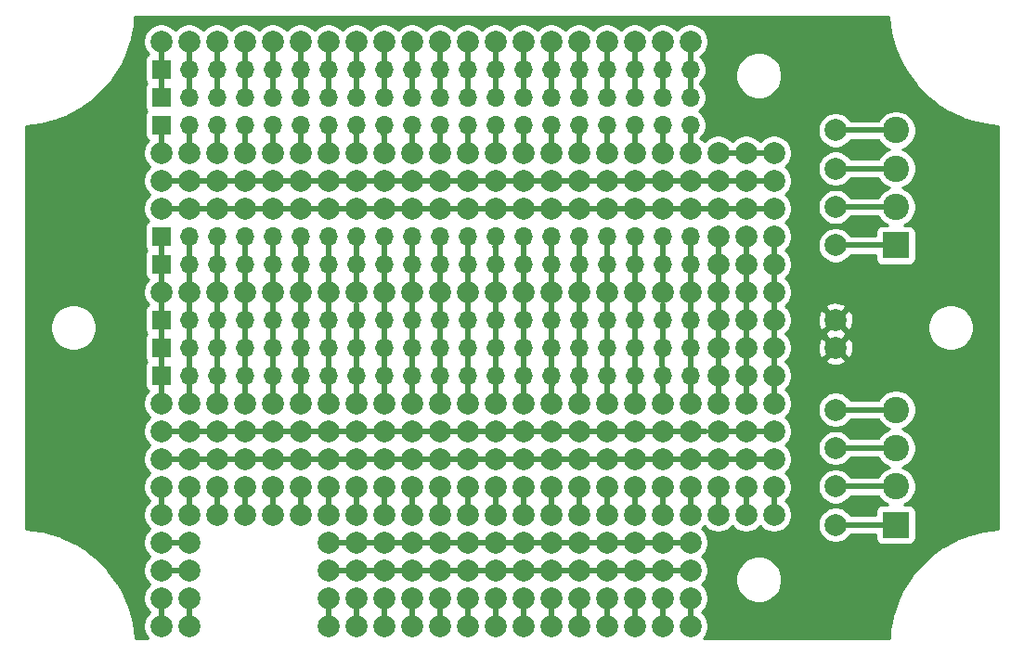
<source format=gbr>
G04 #@! TF.GenerationSoftware,KiCad,Pcbnew,5.1.5+dfsg1-2build2*
G04 #@! TF.CreationDate,2022-02-16T21:01:25-05:00*
G04 #@! TF.ProjectId,MCU_PROTO_100x68mm,4d43555f-5052-44f5-944f-5f3130307836,rev?*
G04 #@! TF.SameCoordinates,Original*
G04 #@! TF.FileFunction,Copper,L1,Top*
G04 #@! TF.FilePolarity,Positive*
%FSLAX46Y46*%
G04 Gerber Fmt 4.6, Leading zero omitted, Abs format (unit mm)*
G04 Created by KiCad (PCBNEW 5.1.5+dfsg1-2build2) date 2022-02-16 21:01:25*
%MOMM*%
%LPD*%
G04 APERTURE LIST*
%ADD10C,2.000000*%
%ADD11O,1.700000X1.700000*%
%ADD12R,1.700000X1.700000*%
%ADD13C,2.400000*%
%ADD14R,2.400000X2.400000*%
%ADD15C,1.998980*%
%ADD16C,0.500000*%
%ADD17C,0.254000*%
G04 APERTURE END LIST*
D10*
X130780000Y-135930000D03*
X161260000Y-125770000D03*
X158720000Y-125770000D03*
X156180000Y-125770000D03*
X153640000Y-125770000D03*
X151100000Y-125770000D03*
X148560000Y-125770000D03*
X146020000Y-125770000D03*
X143480000Y-125770000D03*
X140940000Y-125770000D03*
X138400000Y-125770000D03*
X135860000Y-125770000D03*
X133320000Y-125770000D03*
X130780000Y-125770000D03*
X128240000Y-125770000D03*
X125700000Y-125770000D03*
X123160000Y-125770000D03*
X120620000Y-125770000D03*
X118080000Y-125770000D03*
X115540000Y-125770000D03*
X113000000Y-125770000D03*
D11*
X161260000Y-110530000D03*
X158720000Y-110530000D03*
X156180000Y-110530000D03*
X153640000Y-110530000D03*
X151100000Y-110530000D03*
X148560000Y-110530000D03*
X146020000Y-110530000D03*
X143480000Y-110530000D03*
X140940000Y-110530000D03*
X138400000Y-110530000D03*
X135860000Y-110530000D03*
X133320000Y-110530000D03*
X130780000Y-110530000D03*
X128240000Y-110530000D03*
X125700000Y-110530000D03*
X123160000Y-110530000D03*
X120620000Y-110530000D03*
X118080000Y-110530000D03*
X115540000Y-110530000D03*
D12*
X113000000Y-110530000D03*
D11*
X161260000Y-107990000D03*
X158720000Y-107990000D03*
X156180000Y-107990000D03*
X153640000Y-107990000D03*
X151100000Y-107990000D03*
X148560000Y-107990000D03*
X146020000Y-107990000D03*
X143480000Y-107990000D03*
X140940000Y-107990000D03*
X138400000Y-107990000D03*
X135860000Y-107990000D03*
X133320000Y-107990000D03*
X130780000Y-107990000D03*
X128240000Y-107990000D03*
X125700000Y-107990000D03*
X123160000Y-107990000D03*
X120620000Y-107990000D03*
X118080000Y-107990000D03*
X115540000Y-107990000D03*
D12*
X113000000Y-107990000D03*
D10*
X174500000Y-121500000D03*
X174500000Y-118000000D03*
X174500000Y-114500000D03*
X174500000Y-111000000D03*
X168880000Y-133390000D03*
X166340000Y-133390000D03*
X163800000Y-133390000D03*
X168880000Y-130850000D03*
X166340000Y-130850000D03*
X163800000Y-130850000D03*
X168880000Y-128310000D03*
X166340000Y-128310000D03*
X163800000Y-128310000D03*
X168880000Y-125770000D03*
X166340000Y-125770000D03*
X163800000Y-125770000D03*
X168880000Y-123230000D03*
X166340000Y-123230000D03*
X163800000Y-123230000D03*
X168880000Y-120690000D03*
X166340000Y-120690000D03*
X163800000Y-120690000D03*
X168880000Y-118150000D03*
X166340000Y-118150000D03*
X163800000Y-118150000D03*
X168880000Y-115610000D03*
X166340000Y-115610000D03*
X163800000Y-115610000D03*
X168880000Y-113070000D03*
X166340000Y-113070000D03*
X163800000Y-113070000D03*
X174500000Y-147000000D03*
X168880000Y-146090000D03*
X166340000Y-146090000D03*
X163800000Y-146090000D03*
X174500000Y-143500000D03*
X168880000Y-143550000D03*
X166340000Y-143550000D03*
X163800000Y-143550000D03*
X174500000Y-140000000D03*
X168880000Y-141010000D03*
X166340000Y-141010000D03*
X163800000Y-141010000D03*
X174500000Y-136500000D03*
X168880000Y-138470000D03*
X166340000Y-138470000D03*
X163800000Y-138470000D03*
X168880000Y-135930000D03*
X166340000Y-135930000D03*
X163800000Y-135930000D03*
X161260000Y-156250000D03*
X158720000Y-156250000D03*
X156180000Y-156250000D03*
X153640000Y-156250000D03*
X151100000Y-156250000D03*
X148560000Y-156250000D03*
X146020000Y-156250000D03*
X143480000Y-156250000D03*
X140940000Y-156250000D03*
X138400000Y-156250000D03*
X135860000Y-156250000D03*
X133320000Y-156250000D03*
X130780000Y-156250000D03*
X128240000Y-156250000D03*
X161260000Y-153710000D03*
X158720000Y-153710000D03*
X156180000Y-153710000D03*
X153640000Y-153710000D03*
X151100000Y-153710000D03*
X148560000Y-153710000D03*
X146020000Y-153710000D03*
X143480000Y-153710000D03*
X140940000Y-153710000D03*
X138400000Y-153710000D03*
X135860000Y-153710000D03*
X133320000Y-153710000D03*
X130780000Y-153710000D03*
X128240000Y-153710000D03*
X161260000Y-151170000D03*
X158720000Y-151170000D03*
X156180000Y-151170000D03*
X153640000Y-151170000D03*
X151100000Y-151170000D03*
X148560000Y-151170000D03*
X146020000Y-151170000D03*
X143480000Y-151170000D03*
X140940000Y-151170000D03*
X138400000Y-151170000D03*
X135860000Y-151170000D03*
X133320000Y-151170000D03*
X130780000Y-151170000D03*
X128240000Y-151170000D03*
X161260000Y-148630000D03*
X158720000Y-148630000D03*
X156180000Y-148630000D03*
X153640000Y-148630000D03*
X151100000Y-148630000D03*
X148560000Y-148630000D03*
X146020000Y-148630000D03*
X143480000Y-148630000D03*
X140940000Y-148630000D03*
X138400000Y-148630000D03*
X135860000Y-148630000D03*
X133320000Y-148630000D03*
X130780000Y-148630000D03*
X128240000Y-148630000D03*
X115540000Y-156250000D03*
X113000000Y-156250000D03*
X115540000Y-153710000D03*
X113000000Y-153710000D03*
X115540000Y-151170000D03*
X113000000Y-151170000D03*
X115540000Y-148630000D03*
X113000000Y-148630000D03*
D13*
X180000000Y-136500000D03*
X180000000Y-140000000D03*
X180000000Y-143500000D03*
D14*
X180000000Y-147000000D03*
D13*
X180000000Y-111000000D03*
X180000000Y-114500000D03*
X180000000Y-118000000D03*
D14*
X180000000Y-121500000D03*
D10*
X161260000Y-146090000D03*
X158720000Y-146090000D03*
X156180000Y-146090000D03*
X153640000Y-146090000D03*
X151100000Y-146090000D03*
X148560000Y-146090000D03*
X146020000Y-146090000D03*
X143480000Y-146090000D03*
X140940000Y-146090000D03*
X138400000Y-146090000D03*
X135860000Y-146090000D03*
X133320000Y-146090000D03*
X130780000Y-146090000D03*
X128240000Y-146090000D03*
X125700000Y-146090000D03*
X123160000Y-146090000D03*
X120620000Y-146090000D03*
X118080000Y-146090000D03*
X115540000Y-146090000D03*
X113000000Y-146090000D03*
X161260000Y-143550000D03*
X158720000Y-143550000D03*
X156180000Y-143550000D03*
X153640000Y-143550000D03*
X151100000Y-143550000D03*
X148560000Y-143550000D03*
X146020000Y-143550000D03*
X143480000Y-143550000D03*
X140940000Y-143550000D03*
X138400000Y-143550000D03*
X135860000Y-143550000D03*
X133320000Y-143550000D03*
X130780000Y-143550000D03*
X128240000Y-143550000D03*
X125700000Y-143550000D03*
X123160000Y-143550000D03*
X120620000Y-143550000D03*
X118080000Y-143550000D03*
X115540000Y-143550000D03*
X113000000Y-143550000D03*
X161260000Y-141010000D03*
X158720000Y-141010000D03*
X156180000Y-141010000D03*
X153640000Y-141010000D03*
X151100000Y-141010000D03*
X148560000Y-141010000D03*
X146020000Y-141010000D03*
X143480000Y-141010000D03*
X140940000Y-141010000D03*
X138400000Y-141010000D03*
X135860000Y-141010000D03*
X133320000Y-141010000D03*
X130780000Y-141010000D03*
X128240000Y-141010000D03*
X125700000Y-141010000D03*
X123160000Y-141010000D03*
X120620000Y-141010000D03*
X118080000Y-141010000D03*
X115540000Y-141010000D03*
X113000000Y-141010000D03*
X161260000Y-138470000D03*
X158720000Y-138470000D03*
X156180000Y-138470000D03*
X153640000Y-138470000D03*
X151100000Y-138470000D03*
X148560000Y-138470000D03*
X146020000Y-138470000D03*
X143480000Y-138470000D03*
X140940000Y-138470000D03*
X138400000Y-138470000D03*
X135860000Y-138470000D03*
X133320000Y-138470000D03*
X130780000Y-138470000D03*
X128240000Y-138470000D03*
X125700000Y-138470000D03*
X123160000Y-138470000D03*
X120620000Y-138470000D03*
X118080000Y-138470000D03*
X115540000Y-138470000D03*
X113000000Y-138470000D03*
X161260000Y-135930000D03*
X158720000Y-135930000D03*
X156180000Y-135930000D03*
X153640000Y-135930000D03*
X151100000Y-135930000D03*
X148560000Y-135930000D03*
X146020000Y-135930000D03*
X143480000Y-135930000D03*
X140940000Y-135930000D03*
X138400000Y-135930000D03*
X135860000Y-135930000D03*
X133320000Y-135930000D03*
X128240000Y-135930000D03*
X125700000Y-135930000D03*
X123160000Y-135930000D03*
X120620000Y-135930000D03*
X118080000Y-135930000D03*
X115540000Y-135930000D03*
X161260000Y-118150000D03*
X158720000Y-118150000D03*
X156180000Y-118150000D03*
X153640000Y-118150000D03*
X151100000Y-118150000D03*
X148560000Y-118150000D03*
X146020000Y-118150000D03*
X143480000Y-118150000D03*
X140940000Y-118150000D03*
X138400000Y-118150000D03*
X135860000Y-118150000D03*
X133320000Y-118150000D03*
X130780000Y-118150000D03*
X128240000Y-118150000D03*
X125700000Y-118150000D03*
X123160000Y-118150000D03*
X120620000Y-118150000D03*
X118080000Y-118150000D03*
X115540000Y-118150000D03*
X113000000Y-118150000D03*
X161260000Y-115610000D03*
X158720000Y-115610000D03*
X156180000Y-115610000D03*
X153640000Y-115610000D03*
X151100000Y-115610000D03*
X148560000Y-115610000D03*
X146020000Y-115610000D03*
X143480000Y-115610000D03*
X140940000Y-115610000D03*
X138400000Y-115610000D03*
X135860000Y-115610000D03*
X133320000Y-115610000D03*
X130780000Y-115610000D03*
X128240000Y-115610000D03*
X125700000Y-115610000D03*
X123160000Y-115610000D03*
X120620000Y-115610000D03*
X118080000Y-115610000D03*
X115540000Y-115610000D03*
X113000000Y-115610000D03*
X161260000Y-113070000D03*
X158720000Y-113070000D03*
X156180000Y-113070000D03*
X153640000Y-113070000D03*
X151100000Y-113070000D03*
X148560000Y-113070000D03*
X146020000Y-113070000D03*
X143480000Y-113070000D03*
X140940000Y-113070000D03*
X138400000Y-113070000D03*
X135860000Y-113070000D03*
X133320000Y-113070000D03*
X130780000Y-113070000D03*
X128240000Y-113070000D03*
X125700000Y-113070000D03*
X123160000Y-113070000D03*
X120620000Y-113070000D03*
X118080000Y-113070000D03*
X115540000Y-113070000D03*
X113000000Y-113070000D03*
X113000000Y-135930000D03*
X113000000Y-102910000D03*
X115540000Y-102910000D03*
X118080000Y-102910000D03*
X120620000Y-102910000D03*
X123160000Y-102910000D03*
X125700000Y-102910000D03*
D11*
X161260000Y-133390000D03*
X158720000Y-133390000D03*
X156180000Y-133390000D03*
X153640000Y-133390000D03*
X151100000Y-133390000D03*
X148560000Y-133390000D03*
X146020000Y-133390000D03*
X143480000Y-133390000D03*
X140940000Y-133390000D03*
X138400000Y-133390000D03*
X135860000Y-133390000D03*
X133320000Y-133390000D03*
X130780000Y-133390000D03*
X128240000Y-133390000D03*
X125700000Y-133390000D03*
X123160000Y-133390000D03*
X120620000Y-133390000D03*
X118080000Y-133390000D03*
X115540000Y-133390000D03*
D12*
X113000000Y-133390000D03*
D11*
X161260000Y-130850000D03*
X158720000Y-130850000D03*
X156180000Y-130850000D03*
X153640000Y-130850000D03*
X151100000Y-130850000D03*
X148560000Y-130850000D03*
X146020000Y-130850000D03*
X143480000Y-130850000D03*
X140940000Y-130850000D03*
X138400000Y-130850000D03*
X135860000Y-130850000D03*
X133320000Y-130850000D03*
X130780000Y-130850000D03*
X128240000Y-130850000D03*
X125700000Y-130850000D03*
X123160000Y-130850000D03*
X120620000Y-130850000D03*
X118080000Y-130850000D03*
X115540000Y-130850000D03*
D12*
X113000000Y-130850000D03*
D11*
X161260000Y-128310000D03*
X158720000Y-128310000D03*
X156180000Y-128310000D03*
X153640000Y-128310000D03*
X151100000Y-128310000D03*
X148560000Y-128310000D03*
X146020000Y-128310000D03*
X143480000Y-128310000D03*
X140940000Y-128310000D03*
X138400000Y-128310000D03*
X135860000Y-128310000D03*
X133320000Y-128310000D03*
X130780000Y-128310000D03*
X128240000Y-128310000D03*
X125700000Y-128310000D03*
X123160000Y-128310000D03*
X120620000Y-128310000D03*
X118080000Y-128310000D03*
X115540000Y-128310000D03*
D12*
X113000000Y-128310000D03*
D11*
X161260000Y-120690000D03*
X158720000Y-120690000D03*
X156180000Y-120690000D03*
X153640000Y-120690000D03*
X151100000Y-120690000D03*
X148560000Y-120690000D03*
X146020000Y-120690000D03*
X143480000Y-120690000D03*
X140940000Y-120690000D03*
X138400000Y-120690000D03*
X135860000Y-120690000D03*
X133320000Y-120690000D03*
X130780000Y-120690000D03*
X128240000Y-120690000D03*
X125700000Y-120690000D03*
X123160000Y-120690000D03*
X120620000Y-120690000D03*
X118080000Y-120690000D03*
X115540000Y-120690000D03*
D12*
X113000000Y-120690000D03*
D11*
X161260000Y-105450000D03*
X158720000Y-105450000D03*
X156180000Y-105450000D03*
X153640000Y-105450000D03*
X151100000Y-105450000D03*
X148560000Y-105450000D03*
X146020000Y-105450000D03*
X143480000Y-105450000D03*
X140940000Y-105450000D03*
X138400000Y-105450000D03*
X135860000Y-105450000D03*
X133320000Y-105450000D03*
X130780000Y-105450000D03*
X128240000Y-105450000D03*
X125700000Y-105450000D03*
X123160000Y-105450000D03*
X120620000Y-105450000D03*
X118080000Y-105450000D03*
X115540000Y-105450000D03*
D12*
X113000000Y-105450000D03*
D11*
X161260000Y-123230000D03*
X158720000Y-123230000D03*
X156180000Y-123230000D03*
X153640000Y-123230000D03*
X151100000Y-123230000D03*
X148560000Y-123230000D03*
X146020000Y-123230000D03*
X143480000Y-123230000D03*
X140940000Y-123230000D03*
X138400000Y-123230000D03*
X135860000Y-123230000D03*
X133320000Y-123230000D03*
X130780000Y-123230000D03*
X128240000Y-123230000D03*
X125700000Y-123230000D03*
X123160000Y-123230000D03*
X120620000Y-123230000D03*
X118080000Y-123230000D03*
X115540000Y-123230000D03*
D12*
X113000000Y-123230000D03*
D15*
X174500000Y-130850000D03*
X174500000Y-128310000D03*
D10*
X148560000Y-102910000D03*
X161260000Y-102910000D03*
X158720000Y-102910000D03*
X156180000Y-102910000D03*
X153640000Y-102910000D03*
X151100000Y-102910000D03*
X146020000Y-102910000D03*
X143480000Y-102910000D03*
X140940000Y-102910000D03*
X138400000Y-102910000D03*
X135860000Y-102910000D03*
X133320000Y-102910000D03*
X130780000Y-102910000D03*
X128240000Y-102910000D03*
D16*
X113000000Y-115610000D02*
X115540000Y-115610000D01*
X113000000Y-118150000D02*
X115540000Y-118150000D01*
X153640000Y-113070000D02*
X153640000Y-111434400D01*
X115540000Y-118150000D02*
X118080000Y-118150000D01*
X115540000Y-115610000D02*
X118080000Y-115610000D01*
X118080000Y-118150000D02*
X120620000Y-118150000D01*
X118080000Y-115610000D02*
X120620000Y-115610000D01*
X120620000Y-118150000D02*
X123160000Y-118150000D01*
X120620000Y-115610000D02*
X123160000Y-115610000D01*
X123160000Y-118150000D02*
X125700000Y-118150000D01*
X123160000Y-115610000D02*
X125700000Y-115610000D01*
X125700000Y-118150000D02*
X128240000Y-118150000D01*
X125700000Y-115610000D02*
X128240000Y-115610000D01*
X128240000Y-118150000D02*
X130780000Y-118150000D01*
X128240000Y-115610000D02*
X130780000Y-115610000D01*
X130780000Y-118150000D02*
X133320000Y-118150000D01*
X130780000Y-115610000D02*
X133320000Y-115610000D01*
X133320000Y-118150000D02*
X135860000Y-118150000D01*
X133320000Y-115610000D02*
X135860000Y-115610000D01*
X135860000Y-118150000D02*
X138400000Y-118150000D01*
X135860000Y-115610000D02*
X138400000Y-115610000D01*
X138400000Y-118150000D02*
X140940000Y-118150000D01*
X138400000Y-115610000D02*
X140940000Y-115610000D01*
X140940000Y-118150000D02*
X143480000Y-118150000D01*
X140940000Y-115610000D02*
X143480000Y-115610000D01*
X143480000Y-118150000D02*
X146020000Y-118150000D01*
X143480000Y-115610000D02*
X146020000Y-115610000D01*
X146020000Y-118150000D02*
X148560000Y-118150000D01*
X146020000Y-115610000D02*
X148560000Y-115610000D01*
X148560000Y-118150000D02*
X151100000Y-118150000D01*
X148560000Y-115610000D02*
X151100000Y-115610000D01*
X151100000Y-118150000D02*
X153640000Y-118150000D01*
X151100000Y-115610000D02*
X153640000Y-115610000D01*
X153640000Y-118150000D02*
X156180000Y-118150000D01*
X153640000Y-115610000D02*
X156180000Y-115610000D01*
X156180000Y-118150000D02*
X158720000Y-118150000D01*
X156180000Y-115610000D02*
X158720000Y-115610000D01*
X158720000Y-118150000D02*
X161260000Y-118150000D01*
X158720000Y-115610000D02*
X161260000Y-115610000D01*
X161260000Y-118150000D02*
X163800000Y-118150000D01*
X161260000Y-115610000D02*
X163800000Y-115610000D01*
X163800000Y-115610000D02*
X166340000Y-115610000D01*
X166340000Y-115610000D02*
X168880000Y-115610000D01*
X163800000Y-118150000D02*
X166340000Y-118150000D01*
X166340000Y-118150000D02*
X168880000Y-118150000D01*
X163800000Y-135930000D02*
X163800000Y-133390000D01*
X163800000Y-133390000D02*
X163800000Y-130850000D01*
X163800000Y-130850000D02*
X163800000Y-128310000D01*
X163800000Y-128310000D02*
X163800000Y-125770000D01*
X163800000Y-123230000D02*
X163800000Y-120690000D01*
X166340000Y-120690000D02*
X166340000Y-123230000D01*
X166340000Y-123230000D02*
X166340000Y-125770000D01*
X166340000Y-125770000D02*
X166340000Y-128310000D01*
X166340000Y-128310000D02*
X166340000Y-130850000D01*
X166340000Y-130850000D02*
X166340000Y-133390000D01*
X166340000Y-135930000D02*
X166340000Y-133390000D01*
X168880000Y-135930000D02*
X168880000Y-133390000D01*
X168880000Y-133390000D02*
X168880000Y-130850000D01*
X168880000Y-130850000D02*
X168880000Y-128310000D01*
X168880000Y-128310000D02*
X168880000Y-125770000D01*
X168880000Y-125770000D02*
X168880000Y-123230000D01*
X168880000Y-123230000D02*
X168880000Y-120690000D01*
X163800000Y-125770000D02*
X163800000Y-124252200D01*
X163800000Y-124252200D02*
X163800000Y-123230000D01*
X113000000Y-138470000D02*
X115540000Y-138470000D01*
X115540000Y-138470000D02*
X118080000Y-138470000D01*
X118080000Y-138470000D02*
X120620000Y-138470000D01*
X120620000Y-138470000D02*
X123160000Y-138470000D01*
X123160000Y-138470000D02*
X125700000Y-138470000D01*
X125700000Y-138470000D02*
X128240000Y-138470000D01*
X128240000Y-138470000D02*
X130780000Y-138470000D01*
X130780000Y-138470000D02*
X133320000Y-138470000D01*
X133320000Y-138470000D02*
X135860000Y-138470000D01*
X135860000Y-138470000D02*
X138400000Y-138470000D01*
X138400000Y-138470000D02*
X140940000Y-138470000D01*
X140940000Y-138470000D02*
X143480000Y-138470000D01*
X143480000Y-138470000D02*
X146020000Y-138470000D01*
X146020000Y-138470000D02*
X148560000Y-138470000D01*
X148560000Y-138470000D02*
X151100000Y-138470000D01*
X151100000Y-138470000D02*
X153640000Y-138470000D01*
X153640000Y-138470000D02*
X156180000Y-138470000D01*
X156180000Y-138470000D02*
X158720000Y-138470000D01*
X158720000Y-138470000D02*
X161260000Y-138470000D01*
X161260000Y-138470000D02*
X162688900Y-138470000D01*
X163800000Y-138470000D02*
X166340000Y-138470000D01*
X166340000Y-138470000D02*
X168880000Y-138470000D01*
X168880000Y-141010000D02*
X166340000Y-141010000D01*
X166340000Y-141010000D02*
X163800000Y-141010000D01*
X163800000Y-141010000D02*
X161260000Y-141010000D01*
X161260000Y-141010000D02*
X158720000Y-141010000D01*
X158720000Y-141010000D02*
X156180000Y-141010000D01*
X156180000Y-141010000D02*
X153640000Y-141010000D01*
X153640000Y-141010000D02*
X151100000Y-141010000D01*
X151100000Y-141010000D02*
X148560000Y-141010000D01*
X148560000Y-141010000D02*
X146020000Y-141010000D01*
X146020000Y-141010000D02*
X143480000Y-141010000D01*
X143480000Y-141010000D02*
X140940000Y-141010000D01*
X140940000Y-141010000D02*
X138400000Y-141010000D01*
X138400000Y-141010000D02*
X135860000Y-141010000D01*
X135860000Y-141010000D02*
X133320000Y-141010000D01*
X133320000Y-141010000D02*
X130780000Y-141010000D01*
X130780000Y-141010000D02*
X128240000Y-141010000D01*
X128240000Y-141010000D02*
X125700000Y-141010000D01*
X125700000Y-141010000D02*
X123160000Y-141010000D01*
X123160000Y-141010000D02*
X120620000Y-141010000D01*
X120620000Y-141010000D02*
X118080000Y-141010000D01*
X118080000Y-141010000D02*
X115540000Y-141010000D01*
X115540000Y-141010000D02*
X113000000Y-141010000D01*
X113000000Y-143550000D02*
X113000000Y-146090000D01*
X115540000Y-143550000D02*
X115540000Y-146090000D01*
X118080000Y-143550000D02*
X118080000Y-146090000D01*
X120620000Y-143550000D02*
X120620000Y-146090000D01*
X123160000Y-143550000D02*
X123160000Y-146090000D01*
X125700000Y-143550000D02*
X125700000Y-146090000D01*
X128240000Y-143550000D02*
X128240000Y-146090000D01*
X130780000Y-143550000D02*
X130780000Y-146090000D01*
X133320000Y-143550000D02*
X133320000Y-146090000D01*
X135860000Y-143550000D02*
X135860000Y-146090000D01*
X138400000Y-143550000D02*
X138400000Y-146090000D01*
X140940000Y-143550000D02*
X140940000Y-146090000D01*
X143480000Y-143550000D02*
X143480000Y-146090000D01*
X146020000Y-143550000D02*
X146020000Y-146090000D01*
X148560000Y-143550000D02*
X148560000Y-146090000D01*
X151100000Y-143550000D02*
X151100000Y-146090000D01*
X153640000Y-143550000D02*
X153640000Y-146090000D01*
X156180000Y-143550000D02*
X156180000Y-146090000D01*
X158720000Y-143550000D02*
X158720000Y-146090000D01*
X161260000Y-143550000D02*
X161260000Y-146090000D01*
X163800000Y-143550000D02*
X163800000Y-146090000D01*
X166340000Y-143550000D02*
X166340000Y-146090000D01*
X168880000Y-143550000D02*
X168880000Y-146090000D01*
X113000000Y-148630000D02*
X115540000Y-148630000D01*
X113000000Y-151170000D02*
X115540000Y-151170000D01*
X128240000Y-148630000D02*
X130780000Y-148630000D01*
X128240000Y-151170000D02*
X130780000Y-151170000D01*
X130780000Y-148630000D02*
X133320000Y-148630000D01*
X130780000Y-151170000D02*
X133320000Y-151170000D01*
X133320000Y-148630000D02*
X135860000Y-148630000D01*
X133320000Y-151170000D02*
X135860000Y-151170000D01*
X135860000Y-148630000D02*
X138400000Y-148630000D01*
X135860000Y-151170000D02*
X138400000Y-151170000D01*
X138400000Y-148630000D02*
X140940000Y-148630000D01*
X138400000Y-151170000D02*
X140940000Y-151170000D01*
X140940000Y-148630000D02*
X143480000Y-148630000D01*
X140940000Y-151170000D02*
X143480000Y-151170000D01*
X143480000Y-151170000D02*
X146020000Y-151170000D01*
X143480000Y-148630000D02*
X146020000Y-148630000D01*
X146020000Y-148630000D02*
X148560000Y-148630000D01*
X146020000Y-151170000D02*
X148560000Y-151170000D01*
X148560000Y-151170000D02*
X151100000Y-151170000D01*
X148560000Y-148630000D02*
X151100000Y-148630000D01*
X151100000Y-151170000D02*
X153640000Y-151170000D01*
X151100000Y-148630000D02*
X153640000Y-148630000D01*
X153640000Y-148630000D02*
X156180000Y-148630000D01*
X153640000Y-151170000D02*
X156180000Y-151170000D01*
X156180000Y-151170000D02*
X158720000Y-151170000D01*
X156180000Y-148630000D02*
X158720000Y-148630000D01*
X158720000Y-148630000D02*
X161260000Y-148630000D01*
X158720000Y-151170000D02*
X161260000Y-151170000D01*
X113000000Y-156250000D02*
X113000000Y-153710000D01*
X115540000Y-156250000D02*
X115540000Y-153710000D01*
X128240000Y-156250000D02*
X128240000Y-153710000D01*
X130780000Y-156250000D02*
X130780000Y-153710000D01*
X133320000Y-156250000D02*
X133320000Y-153710000D01*
X135860000Y-156250000D02*
X135860000Y-153710000D01*
X138400000Y-156250000D02*
X138400000Y-153710000D01*
X140940000Y-156250000D02*
X140940000Y-153710000D01*
X143480000Y-156250000D02*
X143480000Y-153710000D01*
X146020000Y-156250000D02*
X146020000Y-153710000D01*
X148560000Y-156250000D02*
X148560000Y-153710000D01*
X151100000Y-156250000D02*
X151100000Y-153710000D01*
X153640000Y-156250000D02*
X153640000Y-153710000D01*
X156180000Y-156250000D02*
X156180000Y-153710000D01*
X158720000Y-156250000D02*
X158720000Y-153710000D01*
X161260000Y-156250000D02*
X161260000Y-153710000D01*
X163800000Y-113070000D02*
X166340000Y-113070000D01*
X166340000Y-113070000D02*
X168880000Y-113070000D01*
X130780000Y-135930000D02*
X130780000Y-134256300D01*
X179392300Y-140000000D02*
X179616100Y-139776200D01*
X174500000Y-140000000D02*
X179392300Y-140000000D01*
X179511800Y-143500000D02*
X179946300Y-143065500D01*
X174500000Y-143500000D02*
X179511800Y-143500000D01*
X179918400Y-147000000D02*
X179946300Y-147027900D01*
X174500000Y-147000000D02*
X179918400Y-147000000D01*
X179295400Y-114500000D02*
X179463700Y-114668300D01*
X174500000Y-114500000D02*
X179295400Y-114500000D01*
X179337600Y-121500000D02*
X179616100Y-121221500D01*
X174500000Y-121500000D02*
X179337600Y-121500000D01*
X180001400Y-118000000D02*
X180136800Y-118135400D01*
X174500000Y-118000000D02*
X180001400Y-118000000D01*
X130780000Y-105465400D02*
X130721100Y-105524300D01*
X130780000Y-102910000D02*
X130780000Y-105465400D01*
X130780000Y-105450000D02*
X130780000Y-107332300D01*
X128240000Y-105265700D02*
X128346200Y-105371900D01*
X128240000Y-102910000D02*
X128240000Y-105265700D01*
X128240000Y-105450000D02*
X128240000Y-107408500D01*
X125700000Y-104897400D02*
X125818900Y-105016300D01*
X125700000Y-102910000D02*
X125700000Y-104897400D01*
X125700000Y-105450000D02*
X125700000Y-107234200D01*
X123160000Y-103242900D02*
X123291600Y-103111300D01*
X123160000Y-105450000D02*
X123160000Y-103242900D01*
X123160000Y-105450000D02*
X123160000Y-107395800D01*
X120620000Y-105164100D02*
X120827800Y-105371900D01*
X120620000Y-102910000D02*
X120620000Y-105164100D01*
X120620000Y-106011500D02*
X120789700Y-105841800D01*
X120620000Y-105450000D02*
X120620000Y-107564400D01*
X118080000Y-103065100D02*
X118224300Y-102920800D01*
X118080000Y-105450000D02*
X118080000Y-103065100D01*
X118080000Y-105450000D02*
X118080000Y-107624400D01*
X115540000Y-103284500D02*
X115443000Y-103187500D01*
X115540000Y-105450000D02*
X115540000Y-103284500D01*
X115540000Y-105450000D02*
X115540000Y-107259600D01*
X113000000Y-104922800D02*
X113017300Y-104940100D01*
X113000000Y-102910000D02*
X113000000Y-104922800D01*
X113000000Y-107990000D02*
X113000000Y-105808300D01*
X130780000Y-111209300D02*
X130683000Y-111112300D01*
X130780000Y-113070000D02*
X130780000Y-111209300D01*
X128240000Y-111158500D02*
X128168400Y-111086900D01*
X128240000Y-113070000D02*
X128240000Y-111158500D01*
X125700000Y-111158500D02*
X125628400Y-111086900D01*
X125700000Y-113070000D02*
X125700000Y-111158500D01*
X123160000Y-111095000D02*
X123126500Y-111061500D01*
X123160000Y-113070000D02*
X123160000Y-111095000D01*
X120620000Y-110850200D02*
X120650000Y-110820200D01*
X120620000Y-111933200D02*
X120624600Y-111937800D01*
X120620000Y-111409000D02*
X120620000Y-111933200D01*
X120620000Y-113070000D02*
X120620000Y-111409000D01*
X120620000Y-111409000D02*
X120620000Y-110850200D01*
X118080000Y-111256600D02*
X118211600Y-111125000D01*
X118080000Y-113070000D02*
X118080000Y-111256600D01*
X115540000Y-111155000D02*
X115544600Y-111150400D01*
X115540000Y-113070000D02*
X115540000Y-111155000D01*
X113000000Y-111256600D02*
X113068100Y-111188500D01*
X113000000Y-113070000D02*
X113000000Y-111256600D01*
X130780000Y-121543600D02*
X130898900Y-121424700D01*
X130780000Y-123230000D02*
X130780000Y-121543600D01*
X125700000Y-121597900D02*
X125641100Y-121539000D01*
X125700000Y-123230000D02*
X125700000Y-121597900D01*
X123160000Y-121581700D02*
X123164600Y-121577100D01*
X123160000Y-123230000D02*
X123160000Y-121581700D01*
X115540000Y-122855200D02*
X115684300Y-122999500D01*
X113000000Y-122966000D02*
X112915700Y-123050300D01*
X113000000Y-125770000D02*
X113000000Y-124197900D01*
X113000000Y-123230000D02*
X113000000Y-121382000D01*
X135860000Y-105160600D02*
X135851900Y-105168700D01*
X135860000Y-102910000D02*
X135860000Y-105160600D01*
X135860000Y-105450000D02*
X135860000Y-107332300D01*
X133320000Y-105189500D02*
X133337300Y-105206800D01*
X133320000Y-102910000D02*
X133320000Y-105189500D01*
X133320000Y-105450000D02*
X133320000Y-107446600D01*
X161260000Y-105363800D02*
X161048700Y-105575100D01*
X161260000Y-102910000D02*
X161260000Y-105363800D01*
X161260000Y-105450000D02*
X161260000Y-107319600D01*
X158720000Y-105008200D02*
X158432500Y-105295700D01*
X158720000Y-102910000D02*
X158720000Y-105008200D01*
X158720000Y-105450000D02*
X158720000Y-107192600D01*
X156180000Y-105655900D02*
X156146500Y-105689400D01*
X156180000Y-102910000D02*
X156180000Y-105655900D01*
X156180000Y-105450000D02*
X156180000Y-107383100D01*
X153640000Y-105224100D02*
X153568400Y-105295700D01*
X153640000Y-102910000D02*
X153640000Y-105224100D01*
X153640000Y-105450000D02*
X153640000Y-107192600D01*
X151100000Y-105126000D02*
X151345900Y-105371900D01*
X151100000Y-102910000D02*
X151100000Y-105126000D01*
X151100000Y-105450000D02*
X151100000Y-107294200D01*
X148560000Y-104868500D02*
X148526500Y-104902000D01*
X148560000Y-102910000D02*
X148560000Y-104868500D01*
X148560000Y-105450000D02*
X148560000Y-107395800D01*
X146020000Y-105503500D02*
X145948400Y-105575100D01*
X146020000Y-102910000D02*
X146020000Y-105503500D01*
X146020000Y-105450000D02*
X146020000Y-107221500D01*
X143480000Y-105147900D02*
X143294100Y-105333800D01*
X143480000Y-102910000D02*
X143480000Y-105147900D01*
X143480000Y-105450000D02*
X143480000Y-107192600D01*
X140940000Y-105274900D02*
X140843000Y-105371900D01*
X140940000Y-102910000D02*
X140940000Y-105274900D01*
X140940000Y-105450000D02*
X140940000Y-107243400D01*
X138400000Y-105380000D02*
X138430000Y-105410000D01*
X138400000Y-102910000D02*
X138400000Y-105380000D01*
X138400000Y-105450000D02*
X138400000Y-107395800D01*
X161260000Y-111294700D02*
X161353500Y-111201200D01*
X161260000Y-113070000D02*
X161260000Y-111294700D01*
X158720000Y-111282000D02*
X158800800Y-111201200D01*
X158720000Y-113070000D02*
X158720000Y-111282000D01*
X156180000Y-111091500D02*
X156248100Y-111023400D01*
X156180000Y-113070000D02*
X156180000Y-111091500D01*
X151100000Y-111396300D02*
X151269700Y-111226600D01*
X151100000Y-113070000D02*
X151100000Y-111396300D01*
X148560000Y-111332800D02*
X148640800Y-111252000D01*
X148560000Y-113070000D02*
X148560000Y-111332800D01*
X146020000Y-111332800D02*
X146265900Y-111086900D01*
X146020000Y-113070000D02*
X146020000Y-111332800D01*
X143480000Y-111247400D02*
X143459200Y-111226600D01*
X143480000Y-113070000D02*
X143480000Y-111247400D01*
X140940000Y-111104200D02*
X140982700Y-111061500D01*
X140940000Y-113070000D02*
X140940000Y-111104200D01*
X138400000Y-111269300D02*
X138645900Y-111023400D01*
X138400000Y-113070000D02*
X138400000Y-111269300D01*
X135860000Y-111294700D02*
X135902700Y-111252000D01*
X135860000Y-113070000D02*
X135860000Y-111294700D01*
X133320000Y-111323600D02*
X133223000Y-111226600D01*
X133320000Y-113070000D02*
X133320000Y-111323600D01*
X151100000Y-121594400D02*
X151193500Y-121500900D01*
X151100000Y-123230000D02*
X151100000Y-121594400D01*
X148560000Y-121585200D02*
X148475700Y-121500900D01*
X148560000Y-123230000D02*
X148560000Y-121585200D01*
X146020000Y-121467400D02*
X146062700Y-121424700D01*
X146020000Y-123230000D02*
X146020000Y-121467400D01*
X140940000Y-121315000D02*
X140995400Y-121259600D01*
X140940000Y-123230000D02*
X140940000Y-121315000D01*
X161260000Y-123230000D02*
X161260000Y-121276900D01*
X161260000Y-124007400D02*
X161264600Y-124002800D01*
X161260000Y-125770000D02*
X161260000Y-124007400D01*
X158720000Y-125770000D02*
X158720000Y-124058200D01*
X158720000Y-123230000D02*
X158720000Y-121318500D01*
X156180000Y-125770000D02*
X156180000Y-124109000D01*
X156180000Y-123230000D02*
X156180000Y-121280400D01*
X153640000Y-125770000D02*
X153640000Y-124096300D01*
X153640000Y-123230000D02*
X153640000Y-121242300D01*
X151100000Y-125770000D02*
X151100000Y-123956600D01*
X148560000Y-125770000D02*
X148560000Y-123994700D01*
X146020000Y-125770000D02*
X146020000Y-124125200D01*
X143480000Y-121648700D02*
X143459200Y-121627900D01*
X143480000Y-123230000D02*
X143480000Y-121648700D01*
X143480000Y-125770000D02*
X143480000Y-124147100D01*
X140940000Y-124045500D02*
X141008100Y-123977400D01*
X140940000Y-125770000D02*
X140940000Y-124045500D01*
X138400000Y-125770000D02*
X138400000Y-124023600D01*
X138400000Y-123230000D02*
X138400000Y-121178800D01*
X135860000Y-125770000D02*
X135860000Y-124070900D01*
X135860000Y-123230000D02*
X135860000Y-121340400D01*
X133320000Y-125770000D02*
X133320000Y-123956600D01*
X133320000Y-123230000D02*
X133320000Y-121340400D01*
X130780000Y-124058200D02*
X130810000Y-124028200D01*
X130780000Y-125770000D02*
X130780000Y-124058200D01*
X128240000Y-123230000D02*
X128240000Y-121886500D01*
X128240000Y-125770000D02*
X128240000Y-124147100D01*
X128240000Y-121886500D02*
X128240000Y-121102600D01*
X125700000Y-125770000D02*
X125700000Y-123982000D01*
X123160000Y-125770000D02*
X123160000Y-124109000D01*
X120620000Y-125770000D02*
X120620000Y-124083600D01*
X120620000Y-123230000D02*
X120620000Y-121365800D01*
X118080000Y-123230000D02*
X118080000Y-121403900D01*
X118080000Y-123969300D02*
X118097300Y-123952000D01*
X118080000Y-125770000D02*
X118080000Y-123969300D01*
X115540000Y-125770000D02*
X115540000Y-123905800D01*
X115540000Y-123230000D02*
X115540000Y-121365800D01*
X113000000Y-128310000D02*
X113000000Y-126703300D01*
X161260000Y-128310000D02*
X161260000Y-126407700D01*
X158720000Y-128310000D02*
X158720000Y-126864900D01*
X156180000Y-128310000D02*
X156180000Y-126636300D01*
X153640000Y-128310000D02*
X153640000Y-126661700D01*
X151100000Y-128310000D02*
X151100000Y-126525500D01*
X148560000Y-128310000D02*
X148560000Y-126610900D01*
X146020000Y-128310000D02*
X146020000Y-126576300D01*
X143480000Y-128310000D02*
X143480000Y-126598200D01*
X140940000Y-128310000D02*
X140940000Y-126610900D01*
X138400000Y-128310000D02*
X138400000Y-126572800D01*
X135860000Y-128310000D02*
X135860000Y-126449300D01*
X133320000Y-128310000D02*
X133320000Y-126639800D01*
X130780000Y-128310000D02*
X130780000Y-126864900D01*
X128240000Y-128310000D02*
X128240000Y-126763300D01*
X125700000Y-128310000D02*
X125700000Y-126792200D01*
X123160000Y-128310000D02*
X123160000Y-126636300D01*
X120620000Y-128310000D02*
X120620000Y-126649000D01*
X118080000Y-128310000D02*
X118080000Y-126661700D01*
X115540000Y-128310000D02*
X115540000Y-126804900D01*
X113000000Y-134192800D02*
X113093500Y-134099300D01*
X113000000Y-135930000D02*
X113000000Y-134192800D01*
X113000000Y-133390000D02*
X113000000Y-131589300D01*
X179402200Y-111000000D02*
X179654200Y-111252000D01*
X174500000Y-111000000D02*
X179402200Y-111000000D01*
X179540300Y-136500000D02*
X179946300Y-136906000D01*
X174500000Y-136500000D02*
X179540300Y-136500000D01*
X161260000Y-130850000D02*
X161260000Y-129290600D01*
X158648400Y-131394200D02*
X158686500Y-131356100D01*
X158648400Y-132511800D02*
X158648400Y-131394200D01*
X158720000Y-130850000D02*
X158720000Y-129103600D01*
X156180000Y-130850000D02*
X156180000Y-129125500D01*
X153640000Y-130850000D02*
X153640000Y-129027400D01*
X151100000Y-130850000D02*
X151100000Y-129294100D01*
X148560000Y-130850000D02*
X148560000Y-128836900D01*
X146020000Y-130850000D02*
X146020000Y-128833400D01*
X143480000Y-130850000D02*
X143480000Y-128922300D01*
X140940000Y-130850000D02*
X140940000Y-128935000D01*
X138400000Y-130850000D02*
X138400000Y-129112800D01*
X135860000Y-130850000D02*
X135860000Y-128900400D01*
X133320000Y-130850000D02*
X133320000Y-129167100D01*
X130780000Y-130850000D02*
X130780000Y-129062000D01*
X128240000Y-130850000D02*
X128240000Y-129036600D01*
X125700000Y-130850000D02*
X125700000Y-129230600D01*
X123160000Y-130850000D02*
X123160000Y-129040100D01*
X120620000Y-130850000D02*
X120620000Y-129062000D01*
X118080000Y-130850000D02*
X118080000Y-129116300D01*
X115540000Y-130850000D02*
X115540000Y-129163600D01*
X113000000Y-130850000D02*
X113000000Y-129040100D01*
X161260000Y-134053100D02*
X161290000Y-134023100D01*
X161260000Y-135930000D02*
X161260000Y-134053100D01*
X161260000Y-133390000D02*
X161260000Y-131665500D01*
X158720000Y-134209000D02*
X158572200Y-134061200D01*
X158720000Y-135930000D02*
X158720000Y-134209000D01*
X156180000Y-135930000D02*
X156180000Y-134310600D01*
X156180000Y-133390000D02*
X156180000Y-131525800D01*
X153640000Y-134091200D02*
X153670000Y-134061200D01*
X153640000Y-133390000D02*
X153640000Y-131475000D01*
X153640000Y-134891300D02*
X153640000Y-133390000D01*
X153640000Y-135930000D02*
X153640000Y-134891300D01*
X153640000Y-134891300D02*
X153640000Y-134091200D01*
X151100000Y-134247100D02*
X151066500Y-134213600D01*
X151100000Y-135930000D02*
X151100000Y-134247100D01*
X151100000Y-133390000D02*
X151100000Y-131729000D01*
X148560000Y-134307100D02*
X148653500Y-134213600D01*
X148560000Y-135930000D02*
X148560000Y-134307100D01*
X148560000Y-133390000D02*
X148560000Y-131665500D01*
X146020000Y-134167400D02*
X146088100Y-134099300D01*
X146020000Y-135930000D02*
X146020000Y-134167400D01*
X146020000Y-133390000D02*
X146020000Y-131589300D01*
X143480000Y-134027700D02*
X143484600Y-134023100D01*
X143480000Y-135930000D02*
X143480000Y-134027700D01*
X143480000Y-133390000D02*
X143480000Y-131767100D01*
X140940000Y-134167400D02*
X141084300Y-134023100D01*
X140940000Y-135930000D02*
X140940000Y-134167400D01*
X140940000Y-133390000D02*
X140940000Y-131779800D01*
X138400000Y-134103900D02*
X138480800Y-134023100D01*
X138400000Y-135930000D02*
X138400000Y-134103900D01*
X138400000Y-133390000D02*
X138400000Y-131703600D01*
X135860000Y-133390000D02*
X135860000Y-131640100D01*
X135860000Y-134209000D02*
X135839200Y-134188200D01*
X135860000Y-135930000D02*
X135860000Y-134209000D01*
X133320000Y-135930000D02*
X133320000Y-134319800D01*
X133320000Y-133390000D02*
X133320000Y-131690900D01*
X130780000Y-133390000D02*
X130780000Y-131589300D01*
X128240000Y-133390000D02*
X128240000Y-131487700D01*
X128240000Y-134145500D02*
X128206500Y-134112000D01*
X128240000Y-135930000D02*
X128240000Y-134145500D01*
X125700000Y-134002300D02*
X125958600Y-133743700D01*
X125700000Y-135930000D02*
X125700000Y-134002300D01*
X125700000Y-133390000D02*
X125700000Y-131513100D01*
X123160000Y-134205500D02*
X123393200Y-133972300D01*
X123160000Y-135930000D02*
X123160000Y-134205500D01*
X123160000Y-133390000D02*
X123160000Y-131729000D01*
X120620000Y-134065800D02*
X120789700Y-133896100D01*
X120620000Y-135930000D02*
X120620000Y-134065800D01*
X120620000Y-133390000D02*
X120620000Y-131652800D01*
X118080000Y-134167400D02*
X118110000Y-134137400D01*
X118080000Y-135930000D02*
X118080000Y-134167400D01*
X118080000Y-133390000D02*
X118080000Y-131580100D01*
X115540000Y-134018500D02*
X115455700Y-133934200D01*
X115540000Y-135930000D02*
X115540000Y-134018500D01*
X115540000Y-133390000D02*
X115540000Y-131614700D01*
D17*
G36*
X179362984Y-100679588D02*
G01*
X179364937Y-100710625D01*
X179522331Y-101956531D01*
X179522331Y-101956533D01*
X179537862Y-102037949D01*
X179850170Y-103254306D01*
X179873985Y-103327601D01*
X179875782Y-103333132D01*
X180338074Y-104500750D01*
X180338076Y-104500756D01*
X180352677Y-104531783D01*
X180373366Y-104575750D01*
X180373367Y-104575751D01*
X180978352Y-105676213D01*
X180978358Y-105676226D01*
X181003310Y-105715543D01*
X181022770Y-105746207D01*
X181022776Y-105746214D01*
X181760917Y-106762179D01*
X181813749Y-106826042D01*
X181813757Y-106826049D01*
X182673402Y-107741478D01*
X182673409Y-107741487D01*
X182733829Y-107798225D01*
X183701438Y-108598701D01*
X183701447Y-108598709D01*
X183768501Y-108647426D01*
X184828810Y-109320319D01*
X184828817Y-109320324D01*
X184901449Y-109360253D01*
X186037739Y-109894951D01*
X186114803Y-109925463D01*
X186114818Y-109925467D01*
X187309136Y-110313524D01*
X187309150Y-110313530D01*
X187369426Y-110329006D01*
X187389429Y-110334142D01*
X187389432Y-110334142D01*
X188622993Y-110569456D01*
X188622996Y-110569457D01*
X188705226Y-110579845D01*
X189340000Y-110619782D01*
X189340001Y-147361133D01*
X189320412Y-147362984D01*
X189289375Y-147364937D01*
X188043467Y-147522331D01*
X187962052Y-147537862D01*
X186745694Y-147850170D01*
X186666867Y-147875782D01*
X186666865Y-147875783D01*
X185499245Y-148338076D01*
X185424250Y-148373366D01*
X185424238Y-148373373D01*
X184323781Y-148978355D01*
X184323775Y-148978358D01*
X184300434Y-148993171D01*
X184253793Y-149022770D01*
X184253786Y-149022776D01*
X183237833Y-149760909D01*
X183237822Y-149760916D01*
X183173959Y-149813749D01*
X182258522Y-150673402D01*
X182258513Y-150673409D01*
X182201775Y-150733829D01*
X181401291Y-151701447D01*
X181352573Y-151768501D01*
X181352567Y-151768513D01*
X180679684Y-152828806D01*
X180679676Y-152828817D01*
X180639747Y-152901449D01*
X180105049Y-154037740D01*
X180074537Y-154114803D01*
X180074533Y-154114818D01*
X179686476Y-155309136D01*
X179686470Y-155309150D01*
X179665858Y-155389429D01*
X179430544Y-156622993D01*
X179430543Y-156622996D01*
X179420155Y-156705226D01*
X179380218Y-157340000D01*
X162482239Y-157340000D01*
X162529987Y-157292252D01*
X162708918Y-157024463D01*
X162832168Y-156726912D01*
X162895000Y-156411033D01*
X162895000Y-156088967D01*
X162832168Y-155773088D01*
X162708918Y-155475537D01*
X162529987Y-155207748D01*
X162302252Y-154980013D01*
X162302233Y-154980000D01*
X162302252Y-154979987D01*
X162529987Y-154752252D01*
X162708918Y-154484463D01*
X162832168Y-154186912D01*
X162895000Y-153871033D01*
X162895000Y-153548967D01*
X162832168Y-153233088D01*
X162708918Y-152935537D01*
X162529987Y-152667748D01*
X162302252Y-152440013D01*
X162302233Y-152440000D01*
X162302252Y-152439987D01*
X162529987Y-152212252D01*
X162708918Y-151944463D01*
X162773014Y-151789721D01*
X165365000Y-151789721D01*
X165365000Y-152210279D01*
X165447047Y-152622756D01*
X165607988Y-153011302D01*
X165841637Y-153360983D01*
X166139017Y-153658363D01*
X166488698Y-153892012D01*
X166877244Y-154052953D01*
X167289721Y-154135000D01*
X167710279Y-154135000D01*
X168122756Y-154052953D01*
X168511302Y-153892012D01*
X168860983Y-153658363D01*
X169158363Y-153360983D01*
X169392012Y-153011302D01*
X169552953Y-152622756D01*
X169635000Y-152210279D01*
X169635000Y-151789721D01*
X169552953Y-151377244D01*
X169392012Y-150988698D01*
X169158363Y-150639017D01*
X168860983Y-150341637D01*
X168511302Y-150107988D01*
X168122756Y-149947047D01*
X167710279Y-149865000D01*
X167289721Y-149865000D01*
X166877244Y-149947047D01*
X166488698Y-150107988D01*
X166139017Y-150341637D01*
X165841637Y-150639017D01*
X165607988Y-150988698D01*
X165447047Y-151377244D01*
X165365000Y-151789721D01*
X162773014Y-151789721D01*
X162832168Y-151646912D01*
X162895000Y-151331033D01*
X162895000Y-151008967D01*
X162832168Y-150693088D01*
X162708918Y-150395537D01*
X162529987Y-150127748D01*
X162302252Y-149900013D01*
X162302233Y-149900000D01*
X162302252Y-149899987D01*
X162529987Y-149672252D01*
X162708918Y-149404463D01*
X162832168Y-149106912D01*
X162895000Y-148791033D01*
X162895000Y-148468967D01*
X162832168Y-148153088D01*
X162708918Y-147855537D01*
X162529987Y-147587748D01*
X162302252Y-147360013D01*
X162302233Y-147360000D01*
X162302252Y-147359987D01*
X162529987Y-147132252D01*
X162530000Y-147132233D01*
X162530013Y-147132252D01*
X162757748Y-147359987D01*
X163025537Y-147538918D01*
X163323088Y-147662168D01*
X163638967Y-147725000D01*
X163961033Y-147725000D01*
X164276912Y-147662168D01*
X164574463Y-147538918D01*
X164842252Y-147359987D01*
X165069987Y-147132252D01*
X165070000Y-147132233D01*
X165070013Y-147132252D01*
X165297748Y-147359987D01*
X165565537Y-147538918D01*
X165863088Y-147662168D01*
X166178967Y-147725000D01*
X166501033Y-147725000D01*
X166816912Y-147662168D01*
X167114463Y-147538918D01*
X167382252Y-147359987D01*
X167609987Y-147132252D01*
X167610000Y-147132233D01*
X167610013Y-147132252D01*
X167837748Y-147359987D01*
X168105537Y-147538918D01*
X168403088Y-147662168D01*
X168718967Y-147725000D01*
X169041033Y-147725000D01*
X169356912Y-147662168D01*
X169654463Y-147538918D01*
X169922252Y-147359987D01*
X170149987Y-147132252D01*
X170328918Y-146864463D01*
X170452168Y-146566912D01*
X170515000Y-146251033D01*
X170515000Y-145928967D01*
X170452168Y-145613088D01*
X170328918Y-145315537D01*
X170149987Y-145047748D01*
X169922252Y-144820013D01*
X169922233Y-144820000D01*
X169922252Y-144819987D01*
X170149987Y-144592252D01*
X170328918Y-144324463D01*
X170452168Y-144026912D01*
X170515000Y-143711033D01*
X170515000Y-143388967D01*
X170452168Y-143073088D01*
X170328918Y-142775537D01*
X170149987Y-142507748D01*
X169922252Y-142280013D01*
X169922233Y-142280000D01*
X169922252Y-142279987D01*
X170149987Y-142052252D01*
X170328918Y-141784463D01*
X170452168Y-141486912D01*
X170515000Y-141171033D01*
X170515000Y-140848967D01*
X170452168Y-140533088D01*
X170328918Y-140235537D01*
X170149987Y-139967748D01*
X169922252Y-139740013D01*
X169922233Y-139740000D01*
X169922252Y-139739987D01*
X170149987Y-139512252D01*
X170328918Y-139244463D01*
X170452168Y-138946912D01*
X170515000Y-138631033D01*
X170515000Y-138308967D01*
X170452168Y-137993088D01*
X170328918Y-137695537D01*
X170149987Y-137427748D01*
X169922252Y-137200013D01*
X169922233Y-137200000D01*
X169922252Y-137199987D01*
X170149987Y-136972252D01*
X170328918Y-136704463D01*
X170452168Y-136406912D01*
X170465683Y-136338967D01*
X172865000Y-136338967D01*
X172865000Y-136661033D01*
X172927832Y-136976912D01*
X173051082Y-137274463D01*
X173230013Y-137542252D01*
X173457748Y-137769987D01*
X173725537Y-137948918D01*
X174023088Y-138072168D01*
X174338967Y-138135000D01*
X174661033Y-138135000D01*
X174976912Y-138072168D01*
X175274463Y-137948918D01*
X175542252Y-137769987D01*
X175769987Y-137542252D01*
X175875059Y-137385000D01*
X178384402Y-137385000D01*
X178574662Y-137669744D01*
X178830256Y-137925338D01*
X179130801Y-138126156D01*
X179429787Y-138250000D01*
X179130801Y-138373844D01*
X178830256Y-138574662D01*
X178574662Y-138830256D01*
X178384402Y-139115000D01*
X175875059Y-139115000D01*
X175769987Y-138957748D01*
X175542252Y-138730013D01*
X175274463Y-138551082D01*
X174976912Y-138427832D01*
X174661033Y-138365000D01*
X174338967Y-138365000D01*
X174023088Y-138427832D01*
X173725537Y-138551082D01*
X173457748Y-138730013D01*
X173230013Y-138957748D01*
X173051082Y-139225537D01*
X172927832Y-139523088D01*
X172865000Y-139838967D01*
X172865000Y-140161033D01*
X172927832Y-140476912D01*
X173051082Y-140774463D01*
X173230013Y-141042252D01*
X173457748Y-141269987D01*
X173725537Y-141448918D01*
X174023088Y-141572168D01*
X174338967Y-141635000D01*
X174661033Y-141635000D01*
X174976912Y-141572168D01*
X175274463Y-141448918D01*
X175542252Y-141269987D01*
X175769987Y-141042252D01*
X175875059Y-140885000D01*
X178384402Y-140885000D01*
X178574662Y-141169744D01*
X178830256Y-141425338D01*
X179130801Y-141626156D01*
X179429787Y-141750000D01*
X179130801Y-141873844D01*
X178830256Y-142074662D01*
X178574662Y-142330256D01*
X178384402Y-142615000D01*
X175875059Y-142615000D01*
X175769987Y-142457748D01*
X175542252Y-142230013D01*
X175274463Y-142051082D01*
X174976912Y-141927832D01*
X174661033Y-141865000D01*
X174338967Y-141865000D01*
X174023088Y-141927832D01*
X173725537Y-142051082D01*
X173457748Y-142230013D01*
X173230013Y-142457748D01*
X173051082Y-142725537D01*
X172927832Y-143023088D01*
X172865000Y-143338967D01*
X172865000Y-143661033D01*
X172927832Y-143976912D01*
X173051082Y-144274463D01*
X173230013Y-144542252D01*
X173457748Y-144769987D01*
X173725537Y-144948918D01*
X174023088Y-145072168D01*
X174338967Y-145135000D01*
X174661033Y-145135000D01*
X174976912Y-145072168D01*
X175274463Y-144948918D01*
X175542252Y-144769987D01*
X175769987Y-144542252D01*
X175875059Y-144385000D01*
X178384402Y-144385000D01*
X178574662Y-144669744D01*
X178830256Y-144925338D01*
X179130801Y-145126156D01*
X179217162Y-145161928D01*
X178800000Y-145161928D01*
X178675518Y-145174188D01*
X178555820Y-145210498D01*
X178445506Y-145269463D01*
X178348815Y-145348815D01*
X178269463Y-145445506D01*
X178210498Y-145555820D01*
X178174188Y-145675518D01*
X178161928Y-145800000D01*
X178161928Y-146115000D01*
X175875059Y-146115000D01*
X175769987Y-145957748D01*
X175542252Y-145730013D01*
X175274463Y-145551082D01*
X174976912Y-145427832D01*
X174661033Y-145365000D01*
X174338967Y-145365000D01*
X174023088Y-145427832D01*
X173725537Y-145551082D01*
X173457748Y-145730013D01*
X173230013Y-145957748D01*
X173051082Y-146225537D01*
X172927832Y-146523088D01*
X172865000Y-146838967D01*
X172865000Y-147161033D01*
X172927832Y-147476912D01*
X173051082Y-147774463D01*
X173230013Y-148042252D01*
X173457748Y-148269987D01*
X173725537Y-148448918D01*
X174023088Y-148572168D01*
X174338967Y-148635000D01*
X174661033Y-148635000D01*
X174976912Y-148572168D01*
X175274463Y-148448918D01*
X175542252Y-148269987D01*
X175769987Y-148042252D01*
X175875059Y-147885000D01*
X178161928Y-147885000D01*
X178161928Y-148200000D01*
X178174188Y-148324482D01*
X178210498Y-148444180D01*
X178269463Y-148554494D01*
X178348815Y-148651185D01*
X178445506Y-148730537D01*
X178555820Y-148789502D01*
X178675518Y-148825812D01*
X178800000Y-148838072D01*
X181200000Y-148838072D01*
X181324482Y-148825812D01*
X181444180Y-148789502D01*
X181554494Y-148730537D01*
X181651185Y-148651185D01*
X181730537Y-148554494D01*
X181789502Y-148444180D01*
X181825812Y-148324482D01*
X181838072Y-148200000D01*
X181838072Y-145800000D01*
X181825812Y-145675518D01*
X181789502Y-145555820D01*
X181730537Y-145445506D01*
X181651185Y-145348815D01*
X181554494Y-145269463D01*
X181444180Y-145210498D01*
X181324482Y-145174188D01*
X181200000Y-145161928D01*
X180782838Y-145161928D01*
X180869199Y-145126156D01*
X181169744Y-144925338D01*
X181425338Y-144669744D01*
X181626156Y-144369199D01*
X181764482Y-144035250D01*
X181835000Y-143680732D01*
X181835000Y-143319268D01*
X181764482Y-142964750D01*
X181626156Y-142630801D01*
X181425338Y-142330256D01*
X181169744Y-142074662D01*
X180869199Y-141873844D01*
X180570213Y-141750000D01*
X180869199Y-141626156D01*
X181169744Y-141425338D01*
X181425338Y-141169744D01*
X181626156Y-140869199D01*
X181764482Y-140535250D01*
X181835000Y-140180732D01*
X181835000Y-139819268D01*
X181764482Y-139464750D01*
X181626156Y-139130801D01*
X181425338Y-138830256D01*
X181169744Y-138574662D01*
X180869199Y-138373844D01*
X180570213Y-138250000D01*
X180869199Y-138126156D01*
X181169744Y-137925338D01*
X181425338Y-137669744D01*
X181626156Y-137369199D01*
X181764482Y-137035250D01*
X181835000Y-136680732D01*
X181835000Y-136319268D01*
X181764482Y-135964750D01*
X181626156Y-135630801D01*
X181425338Y-135330256D01*
X181169744Y-135074662D01*
X180869199Y-134873844D01*
X180535250Y-134735518D01*
X180180732Y-134665000D01*
X179819268Y-134665000D01*
X179464750Y-134735518D01*
X179130801Y-134873844D01*
X178830256Y-135074662D01*
X178574662Y-135330256D01*
X178384402Y-135615000D01*
X175875059Y-135615000D01*
X175769987Y-135457748D01*
X175542252Y-135230013D01*
X175274463Y-135051082D01*
X174976912Y-134927832D01*
X174661033Y-134865000D01*
X174338967Y-134865000D01*
X174023088Y-134927832D01*
X173725537Y-135051082D01*
X173457748Y-135230013D01*
X173230013Y-135457748D01*
X173051082Y-135725537D01*
X172927832Y-136023088D01*
X172865000Y-136338967D01*
X170465683Y-136338967D01*
X170515000Y-136091033D01*
X170515000Y-135768967D01*
X170452168Y-135453088D01*
X170328918Y-135155537D01*
X170149987Y-134887748D01*
X169922252Y-134660013D01*
X169922233Y-134660000D01*
X169922252Y-134659987D01*
X170149987Y-134432252D01*
X170328918Y-134164463D01*
X170452168Y-133866912D01*
X170515000Y-133551033D01*
X170515000Y-133228967D01*
X170452168Y-132913088D01*
X170328918Y-132615537D01*
X170149987Y-132347748D01*
X169922252Y-132120013D01*
X169922233Y-132120000D01*
X169922252Y-132119987D01*
X170057189Y-131985050D01*
X173544555Y-131985050D01*
X173640258Y-132249399D01*
X173929787Y-132390238D01*
X174241229Y-132471885D01*
X174562615Y-132491205D01*
X174881595Y-132447454D01*
X175185911Y-132342314D01*
X175359742Y-132249399D01*
X175455445Y-131985050D01*
X174500000Y-131029605D01*
X173544555Y-131985050D01*
X170057189Y-131985050D01*
X170149987Y-131892252D01*
X170328918Y-131624463D01*
X170452168Y-131326912D01*
X170515000Y-131011033D01*
X170515000Y-130912615D01*
X172858795Y-130912615D01*
X172902546Y-131231595D01*
X173007686Y-131535911D01*
X173100601Y-131709742D01*
X173364950Y-131805445D01*
X174320395Y-130850000D01*
X174679605Y-130850000D01*
X175635050Y-131805445D01*
X175899399Y-131709742D01*
X176040238Y-131420213D01*
X176121885Y-131108771D01*
X176141205Y-130787385D01*
X176097454Y-130468405D01*
X175992314Y-130164089D01*
X175899399Y-129990258D01*
X175635050Y-129894555D01*
X174679605Y-130850000D01*
X174320395Y-130850000D01*
X173364950Y-129894555D01*
X173100601Y-129990258D01*
X172959762Y-130279787D01*
X172878115Y-130591229D01*
X172858795Y-130912615D01*
X170515000Y-130912615D01*
X170515000Y-130688967D01*
X170452168Y-130373088D01*
X170328918Y-130075537D01*
X170149987Y-129807748D01*
X169922252Y-129580013D01*
X169922233Y-129580000D01*
X169922252Y-129579987D01*
X170057189Y-129445050D01*
X173544555Y-129445050D01*
X173593411Y-129580000D01*
X173544555Y-129714950D01*
X174500000Y-130670395D01*
X175455445Y-129714950D01*
X175406589Y-129580000D01*
X175455445Y-129445050D01*
X174500000Y-128489605D01*
X173544555Y-129445050D01*
X170057189Y-129445050D01*
X170149987Y-129352252D01*
X170328918Y-129084463D01*
X170452168Y-128786912D01*
X170515000Y-128471033D01*
X170515000Y-128372615D01*
X172858795Y-128372615D01*
X172902546Y-128691595D01*
X173007686Y-128995911D01*
X173100601Y-129169742D01*
X173364950Y-129265445D01*
X174320395Y-128310000D01*
X174679605Y-128310000D01*
X175635050Y-129265445D01*
X175899399Y-129169742D01*
X176040238Y-128880213D01*
X176063961Y-128789721D01*
X182865000Y-128789721D01*
X182865000Y-129210279D01*
X182947047Y-129622756D01*
X183107988Y-130011302D01*
X183341637Y-130360983D01*
X183639017Y-130658363D01*
X183988698Y-130892012D01*
X184377244Y-131052953D01*
X184789721Y-131135000D01*
X185210279Y-131135000D01*
X185622756Y-131052953D01*
X186011302Y-130892012D01*
X186360983Y-130658363D01*
X186658363Y-130360983D01*
X186892012Y-130011302D01*
X187052953Y-129622756D01*
X187135000Y-129210279D01*
X187135000Y-128789721D01*
X187052953Y-128377244D01*
X186892012Y-127988698D01*
X186658363Y-127639017D01*
X186360983Y-127341637D01*
X186011302Y-127107988D01*
X185622756Y-126947047D01*
X185210279Y-126865000D01*
X184789721Y-126865000D01*
X184377244Y-126947047D01*
X183988698Y-127107988D01*
X183639017Y-127341637D01*
X183341637Y-127639017D01*
X183107988Y-127988698D01*
X182947047Y-128377244D01*
X182865000Y-128789721D01*
X176063961Y-128789721D01*
X176121885Y-128568771D01*
X176141205Y-128247385D01*
X176097454Y-127928405D01*
X175992314Y-127624089D01*
X175899399Y-127450258D01*
X175635050Y-127354555D01*
X174679605Y-128310000D01*
X174320395Y-128310000D01*
X173364950Y-127354555D01*
X173100601Y-127450258D01*
X172959762Y-127739787D01*
X172878115Y-128051229D01*
X172858795Y-128372615D01*
X170515000Y-128372615D01*
X170515000Y-128148967D01*
X170452168Y-127833088D01*
X170328918Y-127535537D01*
X170149987Y-127267748D01*
X170057189Y-127174950D01*
X173544555Y-127174950D01*
X174500000Y-128130395D01*
X175455445Y-127174950D01*
X175359742Y-126910601D01*
X175070213Y-126769762D01*
X174758771Y-126688115D01*
X174437385Y-126668795D01*
X174118405Y-126712546D01*
X173814089Y-126817686D01*
X173640258Y-126910601D01*
X173544555Y-127174950D01*
X170057189Y-127174950D01*
X169922252Y-127040013D01*
X169922233Y-127040000D01*
X169922252Y-127039987D01*
X170149987Y-126812252D01*
X170328918Y-126544463D01*
X170452168Y-126246912D01*
X170515000Y-125931033D01*
X170515000Y-125608967D01*
X170452168Y-125293088D01*
X170328918Y-124995537D01*
X170149987Y-124727748D01*
X169922252Y-124500013D01*
X169922233Y-124500000D01*
X169922252Y-124499987D01*
X170149987Y-124272252D01*
X170328918Y-124004463D01*
X170452168Y-123706912D01*
X170515000Y-123391033D01*
X170515000Y-123068967D01*
X170452168Y-122753088D01*
X170328918Y-122455537D01*
X170149987Y-122187748D01*
X169922252Y-121960013D01*
X169922233Y-121960000D01*
X169922252Y-121959987D01*
X170149987Y-121732252D01*
X170328918Y-121464463D01*
X170452168Y-121166912D01*
X170515000Y-120851033D01*
X170515000Y-120528967D01*
X170452168Y-120213088D01*
X170328918Y-119915537D01*
X170149987Y-119647748D01*
X169922252Y-119420013D01*
X169922233Y-119420000D01*
X169922252Y-119419987D01*
X170149987Y-119192252D01*
X170328918Y-118924463D01*
X170452168Y-118626912D01*
X170515000Y-118311033D01*
X170515000Y-117988967D01*
X170452168Y-117673088D01*
X170328918Y-117375537D01*
X170149987Y-117107748D01*
X169922252Y-116880013D01*
X169922233Y-116880000D01*
X169922252Y-116879987D01*
X170149987Y-116652252D01*
X170328918Y-116384463D01*
X170452168Y-116086912D01*
X170515000Y-115771033D01*
X170515000Y-115448967D01*
X170452168Y-115133088D01*
X170328918Y-114835537D01*
X170149987Y-114567748D01*
X169922252Y-114340013D01*
X169922233Y-114340000D01*
X169922252Y-114339987D01*
X170149987Y-114112252D01*
X170328918Y-113844463D01*
X170452168Y-113546912D01*
X170515000Y-113231033D01*
X170515000Y-112908967D01*
X170452168Y-112593088D01*
X170328918Y-112295537D01*
X170149987Y-112027748D01*
X169922252Y-111800013D01*
X169654463Y-111621082D01*
X169356912Y-111497832D01*
X169041033Y-111435000D01*
X168718967Y-111435000D01*
X168403088Y-111497832D01*
X168105537Y-111621082D01*
X167837748Y-111800013D01*
X167610013Y-112027748D01*
X167610000Y-112027767D01*
X167609987Y-112027748D01*
X167382252Y-111800013D01*
X167114463Y-111621082D01*
X166816912Y-111497832D01*
X166501033Y-111435000D01*
X166178967Y-111435000D01*
X165863088Y-111497832D01*
X165565537Y-111621082D01*
X165297748Y-111800013D01*
X165070013Y-112027748D01*
X165070000Y-112027767D01*
X165069987Y-112027748D01*
X164842252Y-111800013D01*
X164574463Y-111621082D01*
X164276912Y-111497832D01*
X163961033Y-111435000D01*
X163638967Y-111435000D01*
X163323088Y-111497832D01*
X163025537Y-111621082D01*
X162757748Y-111800013D01*
X162530013Y-112027748D01*
X162530000Y-112027767D01*
X162529987Y-112027748D01*
X162302252Y-111800013D01*
X162167236Y-111709798D01*
X162206632Y-111683475D01*
X162413475Y-111476632D01*
X162575990Y-111233411D01*
X162687932Y-110963158D01*
X162712635Y-110838967D01*
X172865000Y-110838967D01*
X172865000Y-111161033D01*
X172927832Y-111476912D01*
X173051082Y-111774463D01*
X173230013Y-112042252D01*
X173457748Y-112269987D01*
X173725537Y-112448918D01*
X174023088Y-112572168D01*
X174338967Y-112635000D01*
X174661033Y-112635000D01*
X174976912Y-112572168D01*
X175274463Y-112448918D01*
X175542252Y-112269987D01*
X175769987Y-112042252D01*
X175875059Y-111885000D01*
X178384402Y-111885000D01*
X178574662Y-112169744D01*
X178830256Y-112425338D01*
X179130801Y-112626156D01*
X179429787Y-112750000D01*
X179130801Y-112873844D01*
X178830256Y-113074662D01*
X178574662Y-113330256D01*
X178384402Y-113615000D01*
X175875059Y-113615000D01*
X175769987Y-113457748D01*
X175542252Y-113230013D01*
X175274463Y-113051082D01*
X174976912Y-112927832D01*
X174661033Y-112865000D01*
X174338967Y-112865000D01*
X174023088Y-112927832D01*
X173725537Y-113051082D01*
X173457748Y-113230013D01*
X173230013Y-113457748D01*
X173051082Y-113725537D01*
X172927832Y-114023088D01*
X172865000Y-114338967D01*
X172865000Y-114661033D01*
X172927832Y-114976912D01*
X173051082Y-115274463D01*
X173230013Y-115542252D01*
X173457748Y-115769987D01*
X173725537Y-115948918D01*
X174023088Y-116072168D01*
X174338967Y-116135000D01*
X174661033Y-116135000D01*
X174976912Y-116072168D01*
X175274463Y-115948918D01*
X175542252Y-115769987D01*
X175769987Y-115542252D01*
X175875059Y-115385000D01*
X178384402Y-115385000D01*
X178574662Y-115669744D01*
X178830256Y-115925338D01*
X179130801Y-116126156D01*
X179429787Y-116250000D01*
X179130801Y-116373844D01*
X178830256Y-116574662D01*
X178574662Y-116830256D01*
X178384402Y-117115000D01*
X175875059Y-117115000D01*
X175769987Y-116957748D01*
X175542252Y-116730013D01*
X175274463Y-116551082D01*
X174976912Y-116427832D01*
X174661033Y-116365000D01*
X174338967Y-116365000D01*
X174023088Y-116427832D01*
X173725537Y-116551082D01*
X173457748Y-116730013D01*
X173230013Y-116957748D01*
X173051082Y-117225537D01*
X172927832Y-117523088D01*
X172865000Y-117838967D01*
X172865000Y-118161033D01*
X172927832Y-118476912D01*
X173051082Y-118774463D01*
X173230013Y-119042252D01*
X173457748Y-119269987D01*
X173725537Y-119448918D01*
X174023088Y-119572168D01*
X174338967Y-119635000D01*
X174661033Y-119635000D01*
X174976912Y-119572168D01*
X175274463Y-119448918D01*
X175542252Y-119269987D01*
X175769987Y-119042252D01*
X175875059Y-118885000D01*
X178384402Y-118885000D01*
X178574662Y-119169744D01*
X178830256Y-119425338D01*
X179130801Y-119626156D01*
X179217162Y-119661928D01*
X178800000Y-119661928D01*
X178675518Y-119674188D01*
X178555820Y-119710498D01*
X178445506Y-119769463D01*
X178348815Y-119848815D01*
X178269463Y-119945506D01*
X178210498Y-120055820D01*
X178174188Y-120175518D01*
X178161928Y-120300000D01*
X178161928Y-120615000D01*
X175875059Y-120615000D01*
X175769987Y-120457748D01*
X175542252Y-120230013D01*
X175274463Y-120051082D01*
X174976912Y-119927832D01*
X174661033Y-119865000D01*
X174338967Y-119865000D01*
X174023088Y-119927832D01*
X173725537Y-120051082D01*
X173457748Y-120230013D01*
X173230013Y-120457748D01*
X173051082Y-120725537D01*
X172927832Y-121023088D01*
X172865000Y-121338967D01*
X172865000Y-121661033D01*
X172927832Y-121976912D01*
X173051082Y-122274463D01*
X173230013Y-122542252D01*
X173457748Y-122769987D01*
X173725537Y-122948918D01*
X174023088Y-123072168D01*
X174338967Y-123135000D01*
X174661033Y-123135000D01*
X174976912Y-123072168D01*
X175274463Y-122948918D01*
X175542252Y-122769987D01*
X175769987Y-122542252D01*
X175875059Y-122385000D01*
X178161928Y-122385000D01*
X178161928Y-122700000D01*
X178174188Y-122824482D01*
X178210498Y-122944180D01*
X178269463Y-123054494D01*
X178348815Y-123151185D01*
X178445506Y-123230537D01*
X178555820Y-123289502D01*
X178675518Y-123325812D01*
X178800000Y-123338072D01*
X181200000Y-123338072D01*
X181324482Y-123325812D01*
X181444180Y-123289502D01*
X181554494Y-123230537D01*
X181651185Y-123151185D01*
X181730537Y-123054494D01*
X181789502Y-122944180D01*
X181825812Y-122824482D01*
X181838072Y-122700000D01*
X181838072Y-120300000D01*
X181825812Y-120175518D01*
X181789502Y-120055820D01*
X181730537Y-119945506D01*
X181651185Y-119848815D01*
X181554494Y-119769463D01*
X181444180Y-119710498D01*
X181324482Y-119674188D01*
X181200000Y-119661928D01*
X180782838Y-119661928D01*
X180869199Y-119626156D01*
X181169744Y-119425338D01*
X181425338Y-119169744D01*
X181626156Y-118869199D01*
X181764482Y-118535250D01*
X181835000Y-118180732D01*
X181835000Y-117819268D01*
X181764482Y-117464750D01*
X181626156Y-117130801D01*
X181425338Y-116830256D01*
X181169744Y-116574662D01*
X180869199Y-116373844D01*
X180570213Y-116250000D01*
X180869199Y-116126156D01*
X181169744Y-115925338D01*
X181425338Y-115669744D01*
X181626156Y-115369199D01*
X181764482Y-115035250D01*
X181835000Y-114680732D01*
X181835000Y-114319268D01*
X181764482Y-113964750D01*
X181626156Y-113630801D01*
X181425338Y-113330256D01*
X181169744Y-113074662D01*
X180869199Y-112873844D01*
X180570213Y-112750000D01*
X180869199Y-112626156D01*
X181169744Y-112425338D01*
X181425338Y-112169744D01*
X181626156Y-111869199D01*
X181764482Y-111535250D01*
X181835000Y-111180732D01*
X181835000Y-110819268D01*
X181764482Y-110464750D01*
X181626156Y-110130801D01*
X181425338Y-109830256D01*
X181169744Y-109574662D01*
X180869199Y-109373844D01*
X180535250Y-109235518D01*
X180180732Y-109165000D01*
X179819268Y-109165000D01*
X179464750Y-109235518D01*
X179130801Y-109373844D01*
X178830256Y-109574662D01*
X178574662Y-109830256D01*
X178384402Y-110115000D01*
X175875059Y-110115000D01*
X175769987Y-109957748D01*
X175542252Y-109730013D01*
X175274463Y-109551082D01*
X174976912Y-109427832D01*
X174661033Y-109365000D01*
X174338967Y-109365000D01*
X174023088Y-109427832D01*
X173725537Y-109551082D01*
X173457748Y-109730013D01*
X173230013Y-109957748D01*
X173051082Y-110225537D01*
X172927832Y-110523088D01*
X172865000Y-110838967D01*
X162712635Y-110838967D01*
X162745000Y-110676260D01*
X162745000Y-110383740D01*
X162687932Y-110096842D01*
X162575990Y-109826589D01*
X162413475Y-109583368D01*
X162206632Y-109376525D01*
X162032240Y-109260000D01*
X162206632Y-109143475D01*
X162413475Y-108936632D01*
X162575990Y-108693411D01*
X162687932Y-108423158D01*
X162745000Y-108136260D01*
X162745000Y-107843740D01*
X162687932Y-107556842D01*
X162575990Y-107286589D01*
X162413475Y-107043368D01*
X162206632Y-106836525D01*
X162145000Y-106795344D01*
X162145000Y-106644656D01*
X162206632Y-106603475D01*
X162413475Y-106396632D01*
X162575990Y-106153411D01*
X162687932Y-105883158D01*
X162706517Y-105789721D01*
X165365000Y-105789721D01*
X165365000Y-106210279D01*
X165447047Y-106622756D01*
X165607988Y-107011302D01*
X165841637Y-107360983D01*
X166139017Y-107658363D01*
X166488698Y-107892012D01*
X166877244Y-108052953D01*
X167289721Y-108135000D01*
X167710279Y-108135000D01*
X168122756Y-108052953D01*
X168511302Y-107892012D01*
X168860983Y-107658363D01*
X169158363Y-107360983D01*
X169392012Y-107011302D01*
X169552953Y-106622756D01*
X169635000Y-106210279D01*
X169635000Y-105789721D01*
X169552953Y-105377244D01*
X169392012Y-104988698D01*
X169158363Y-104639017D01*
X168860983Y-104341637D01*
X168511302Y-104107988D01*
X168122756Y-103947047D01*
X167710279Y-103865000D01*
X167289721Y-103865000D01*
X166877244Y-103947047D01*
X166488698Y-104107988D01*
X166139017Y-104341637D01*
X165841637Y-104639017D01*
X165607988Y-104988698D01*
X165447047Y-105377244D01*
X165365000Y-105789721D01*
X162706517Y-105789721D01*
X162745000Y-105596260D01*
X162745000Y-105303740D01*
X162687932Y-105016842D01*
X162575990Y-104746589D01*
X162413475Y-104503368D01*
X162206632Y-104296525D01*
X162167236Y-104270202D01*
X162302252Y-104179987D01*
X162529987Y-103952252D01*
X162708918Y-103684463D01*
X162832168Y-103386912D01*
X162895000Y-103071033D01*
X162895000Y-102748967D01*
X162832168Y-102433088D01*
X162708918Y-102135537D01*
X162529987Y-101867748D01*
X162302252Y-101640013D01*
X162034463Y-101461082D01*
X161736912Y-101337832D01*
X161421033Y-101275000D01*
X161098967Y-101275000D01*
X160783088Y-101337832D01*
X160485537Y-101461082D01*
X160217748Y-101640013D01*
X159990013Y-101867748D01*
X159990000Y-101867767D01*
X159989987Y-101867748D01*
X159762252Y-101640013D01*
X159494463Y-101461082D01*
X159196912Y-101337832D01*
X158881033Y-101275000D01*
X158558967Y-101275000D01*
X158243088Y-101337832D01*
X157945537Y-101461082D01*
X157677748Y-101640013D01*
X157450013Y-101867748D01*
X157450000Y-101867767D01*
X157449987Y-101867748D01*
X157222252Y-101640013D01*
X156954463Y-101461082D01*
X156656912Y-101337832D01*
X156341033Y-101275000D01*
X156018967Y-101275000D01*
X155703088Y-101337832D01*
X155405537Y-101461082D01*
X155137748Y-101640013D01*
X154910013Y-101867748D01*
X154910000Y-101867767D01*
X154909987Y-101867748D01*
X154682252Y-101640013D01*
X154414463Y-101461082D01*
X154116912Y-101337832D01*
X153801033Y-101275000D01*
X153478967Y-101275000D01*
X153163088Y-101337832D01*
X152865537Y-101461082D01*
X152597748Y-101640013D01*
X152370013Y-101867748D01*
X152370000Y-101867767D01*
X152369987Y-101867748D01*
X152142252Y-101640013D01*
X151874463Y-101461082D01*
X151576912Y-101337832D01*
X151261033Y-101275000D01*
X150938967Y-101275000D01*
X150623088Y-101337832D01*
X150325537Y-101461082D01*
X150057748Y-101640013D01*
X149830013Y-101867748D01*
X149830000Y-101867767D01*
X149829987Y-101867748D01*
X149602252Y-101640013D01*
X149334463Y-101461082D01*
X149036912Y-101337832D01*
X148721033Y-101275000D01*
X148398967Y-101275000D01*
X148083088Y-101337832D01*
X147785537Y-101461082D01*
X147517748Y-101640013D01*
X147290013Y-101867748D01*
X147290000Y-101867767D01*
X147289987Y-101867748D01*
X147062252Y-101640013D01*
X146794463Y-101461082D01*
X146496912Y-101337832D01*
X146181033Y-101275000D01*
X145858967Y-101275000D01*
X145543088Y-101337832D01*
X145245537Y-101461082D01*
X144977748Y-101640013D01*
X144750013Y-101867748D01*
X144750000Y-101867767D01*
X144749987Y-101867748D01*
X144522252Y-101640013D01*
X144254463Y-101461082D01*
X143956912Y-101337832D01*
X143641033Y-101275000D01*
X143318967Y-101275000D01*
X143003088Y-101337832D01*
X142705537Y-101461082D01*
X142437748Y-101640013D01*
X142210013Y-101867748D01*
X142210000Y-101867767D01*
X142209987Y-101867748D01*
X141982252Y-101640013D01*
X141714463Y-101461082D01*
X141416912Y-101337832D01*
X141101033Y-101275000D01*
X140778967Y-101275000D01*
X140463088Y-101337832D01*
X140165537Y-101461082D01*
X139897748Y-101640013D01*
X139670013Y-101867748D01*
X139670000Y-101867767D01*
X139669987Y-101867748D01*
X139442252Y-101640013D01*
X139174463Y-101461082D01*
X138876912Y-101337832D01*
X138561033Y-101275000D01*
X138238967Y-101275000D01*
X137923088Y-101337832D01*
X137625537Y-101461082D01*
X137357748Y-101640013D01*
X137130013Y-101867748D01*
X137130000Y-101867767D01*
X137129987Y-101867748D01*
X136902252Y-101640013D01*
X136634463Y-101461082D01*
X136336912Y-101337832D01*
X136021033Y-101275000D01*
X135698967Y-101275000D01*
X135383088Y-101337832D01*
X135085537Y-101461082D01*
X134817748Y-101640013D01*
X134590013Y-101867748D01*
X134590000Y-101867767D01*
X134589987Y-101867748D01*
X134362252Y-101640013D01*
X134094463Y-101461082D01*
X133796912Y-101337832D01*
X133481033Y-101275000D01*
X133158967Y-101275000D01*
X132843088Y-101337832D01*
X132545537Y-101461082D01*
X132277748Y-101640013D01*
X132050013Y-101867748D01*
X132050000Y-101867767D01*
X132049987Y-101867748D01*
X131822252Y-101640013D01*
X131554463Y-101461082D01*
X131256912Y-101337832D01*
X130941033Y-101275000D01*
X130618967Y-101275000D01*
X130303088Y-101337832D01*
X130005537Y-101461082D01*
X129737748Y-101640013D01*
X129510013Y-101867748D01*
X129510000Y-101867767D01*
X129509987Y-101867748D01*
X129282252Y-101640013D01*
X129014463Y-101461082D01*
X128716912Y-101337832D01*
X128401033Y-101275000D01*
X128078967Y-101275000D01*
X127763088Y-101337832D01*
X127465537Y-101461082D01*
X127197748Y-101640013D01*
X126970013Y-101867748D01*
X126970000Y-101867767D01*
X126969987Y-101867748D01*
X126742252Y-101640013D01*
X126474463Y-101461082D01*
X126176912Y-101337832D01*
X125861033Y-101275000D01*
X125538967Y-101275000D01*
X125223088Y-101337832D01*
X124925537Y-101461082D01*
X124657748Y-101640013D01*
X124430013Y-101867748D01*
X124430000Y-101867767D01*
X124429987Y-101867748D01*
X124202252Y-101640013D01*
X123934463Y-101461082D01*
X123636912Y-101337832D01*
X123321033Y-101275000D01*
X122998967Y-101275000D01*
X122683088Y-101337832D01*
X122385537Y-101461082D01*
X122117748Y-101640013D01*
X121890013Y-101867748D01*
X121890000Y-101867767D01*
X121889987Y-101867748D01*
X121662252Y-101640013D01*
X121394463Y-101461082D01*
X121096912Y-101337832D01*
X120781033Y-101275000D01*
X120458967Y-101275000D01*
X120143088Y-101337832D01*
X119845537Y-101461082D01*
X119577748Y-101640013D01*
X119350013Y-101867748D01*
X119350000Y-101867767D01*
X119349987Y-101867748D01*
X119122252Y-101640013D01*
X118854463Y-101461082D01*
X118556912Y-101337832D01*
X118241033Y-101275000D01*
X117918967Y-101275000D01*
X117603088Y-101337832D01*
X117305537Y-101461082D01*
X117037748Y-101640013D01*
X116810013Y-101867748D01*
X116810000Y-101867767D01*
X116809987Y-101867748D01*
X116582252Y-101640013D01*
X116314463Y-101461082D01*
X116016912Y-101337832D01*
X115701033Y-101275000D01*
X115378967Y-101275000D01*
X115063088Y-101337832D01*
X114765537Y-101461082D01*
X114497748Y-101640013D01*
X114270013Y-101867748D01*
X114270000Y-101867767D01*
X114269987Y-101867748D01*
X114042252Y-101640013D01*
X113774463Y-101461082D01*
X113476912Y-101337832D01*
X113161033Y-101275000D01*
X112838967Y-101275000D01*
X112523088Y-101337832D01*
X112225537Y-101461082D01*
X111957748Y-101640013D01*
X111730013Y-101867748D01*
X111551082Y-102135537D01*
X111427832Y-102433088D01*
X111365000Y-102748967D01*
X111365000Y-103071033D01*
X111427832Y-103386912D01*
X111551082Y-103684463D01*
X111730013Y-103952252D01*
X111829209Y-104051448D01*
X111795506Y-104069463D01*
X111698815Y-104148815D01*
X111619463Y-104245506D01*
X111560498Y-104355820D01*
X111524188Y-104475518D01*
X111511928Y-104600000D01*
X111511928Y-106300000D01*
X111524188Y-106424482D01*
X111560498Y-106544180D01*
X111619463Y-106654494D01*
X111673222Y-106720000D01*
X111619463Y-106785506D01*
X111560498Y-106895820D01*
X111524188Y-107015518D01*
X111511928Y-107140000D01*
X111511928Y-108840000D01*
X111524188Y-108964482D01*
X111560498Y-109084180D01*
X111619463Y-109194494D01*
X111673222Y-109260000D01*
X111619463Y-109325506D01*
X111560498Y-109435820D01*
X111524188Y-109555518D01*
X111511928Y-109680000D01*
X111511928Y-111380000D01*
X111524188Y-111504482D01*
X111560498Y-111624180D01*
X111619463Y-111734494D01*
X111698815Y-111831185D01*
X111795506Y-111910537D01*
X111829209Y-111928552D01*
X111730013Y-112027748D01*
X111551082Y-112295537D01*
X111427832Y-112593088D01*
X111365000Y-112908967D01*
X111365000Y-113231033D01*
X111427832Y-113546912D01*
X111551082Y-113844463D01*
X111730013Y-114112252D01*
X111957748Y-114339987D01*
X111957767Y-114340000D01*
X111957748Y-114340013D01*
X111730013Y-114567748D01*
X111551082Y-114835537D01*
X111427832Y-115133088D01*
X111365000Y-115448967D01*
X111365000Y-115771033D01*
X111427832Y-116086912D01*
X111551082Y-116384463D01*
X111730013Y-116652252D01*
X111957748Y-116879987D01*
X111957767Y-116880000D01*
X111957748Y-116880013D01*
X111730013Y-117107748D01*
X111551082Y-117375537D01*
X111427832Y-117673088D01*
X111365000Y-117988967D01*
X111365000Y-118311033D01*
X111427832Y-118626912D01*
X111551082Y-118924463D01*
X111730013Y-119192252D01*
X111829209Y-119291448D01*
X111795506Y-119309463D01*
X111698815Y-119388815D01*
X111619463Y-119485506D01*
X111560498Y-119595820D01*
X111524188Y-119715518D01*
X111511928Y-119840000D01*
X111511928Y-121540000D01*
X111524188Y-121664482D01*
X111560498Y-121784180D01*
X111619463Y-121894494D01*
X111673222Y-121960000D01*
X111619463Y-122025506D01*
X111560498Y-122135820D01*
X111524188Y-122255518D01*
X111511928Y-122380000D01*
X111511928Y-124080000D01*
X111524188Y-124204482D01*
X111560498Y-124324180D01*
X111619463Y-124434494D01*
X111698815Y-124531185D01*
X111795506Y-124610537D01*
X111829209Y-124628552D01*
X111730013Y-124727748D01*
X111551082Y-124995537D01*
X111427832Y-125293088D01*
X111365000Y-125608967D01*
X111365000Y-125931033D01*
X111427832Y-126246912D01*
X111551082Y-126544463D01*
X111730013Y-126812252D01*
X111829209Y-126911448D01*
X111795506Y-126929463D01*
X111698815Y-127008815D01*
X111619463Y-127105506D01*
X111560498Y-127215820D01*
X111524188Y-127335518D01*
X111511928Y-127460000D01*
X111511928Y-129160000D01*
X111524188Y-129284482D01*
X111560498Y-129404180D01*
X111619463Y-129514494D01*
X111673222Y-129580000D01*
X111619463Y-129645506D01*
X111560498Y-129755820D01*
X111524188Y-129875518D01*
X111511928Y-130000000D01*
X111511928Y-131700000D01*
X111524188Y-131824482D01*
X111560498Y-131944180D01*
X111619463Y-132054494D01*
X111673222Y-132120000D01*
X111619463Y-132185506D01*
X111560498Y-132295820D01*
X111524188Y-132415518D01*
X111511928Y-132540000D01*
X111511928Y-134240000D01*
X111524188Y-134364482D01*
X111560498Y-134484180D01*
X111619463Y-134594494D01*
X111698815Y-134691185D01*
X111795506Y-134770537D01*
X111829209Y-134788552D01*
X111730013Y-134887748D01*
X111551082Y-135155537D01*
X111427832Y-135453088D01*
X111365000Y-135768967D01*
X111365000Y-136091033D01*
X111427832Y-136406912D01*
X111551082Y-136704463D01*
X111730013Y-136972252D01*
X111957748Y-137199987D01*
X111957767Y-137200000D01*
X111957748Y-137200013D01*
X111730013Y-137427748D01*
X111551082Y-137695537D01*
X111427832Y-137993088D01*
X111365000Y-138308967D01*
X111365000Y-138631033D01*
X111427832Y-138946912D01*
X111551082Y-139244463D01*
X111730013Y-139512252D01*
X111957748Y-139739987D01*
X111957767Y-139740000D01*
X111957748Y-139740013D01*
X111730013Y-139967748D01*
X111551082Y-140235537D01*
X111427832Y-140533088D01*
X111365000Y-140848967D01*
X111365000Y-141171033D01*
X111427832Y-141486912D01*
X111551082Y-141784463D01*
X111730013Y-142052252D01*
X111957748Y-142279987D01*
X111957767Y-142280000D01*
X111957748Y-142280013D01*
X111730013Y-142507748D01*
X111551082Y-142775537D01*
X111427832Y-143073088D01*
X111365000Y-143388967D01*
X111365000Y-143711033D01*
X111427832Y-144026912D01*
X111551082Y-144324463D01*
X111730013Y-144592252D01*
X111957748Y-144819987D01*
X111957767Y-144820000D01*
X111957748Y-144820013D01*
X111730013Y-145047748D01*
X111551082Y-145315537D01*
X111427832Y-145613088D01*
X111365000Y-145928967D01*
X111365000Y-146251033D01*
X111427832Y-146566912D01*
X111551082Y-146864463D01*
X111730013Y-147132252D01*
X111957748Y-147359987D01*
X111957767Y-147360000D01*
X111957748Y-147360013D01*
X111730013Y-147587748D01*
X111551082Y-147855537D01*
X111427832Y-148153088D01*
X111365000Y-148468967D01*
X111365000Y-148791033D01*
X111427832Y-149106912D01*
X111551082Y-149404463D01*
X111730013Y-149672252D01*
X111957748Y-149899987D01*
X111957767Y-149900000D01*
X111957748Y-149900013D01*
X111730013Y-150127748D01*
X111551082Y-150395537D01*
X111427832Y-150693088D01*
X111365000Y-151008967D01*
X111365000Y-151331033D01*
X111427832Y-151646912D01*
X111551082Y-151944463D01*
X111730013Y-152212252D01*
X111957748Y-152439987D01*
X111957767Y-152440000D01*
X111957748Y-152440013D01*
X111730013Y-152667748D01*
X111551082Y-152935537D01*
X111427832Y-153233088D01*
X111365000Y-153548967D01*
X111365000Y-153871033D01*
X111427832Y-154186912D01*
X111551082Y-154484463D01*
X111730013Y-154752252D01*
X111957748Y-154979987D01*
X111957767Y-154980000D01*
X111957748Y-154980013D01*
X111730013Y-155207748D01*
X111551082Y-155475537D01*
X111427832Y-155773088D01*
X111365000Y-156088967D01*
X111365000Y-156411033D01*
X111427832Y-156726912D01*
X111551082Y-157024463D01*
X111730013Y-157292252D01*
X111777761Y-157340000D01*
X110638867Y-157340000D01*
X110637016Y-157320412D01*
X110635063Y-157289375D01*
X110477669Y-156043467D01*
X110462138Y-155962052D01*
X110462138Y-155962051D01*
X110149830Y-154745694D01*
X110124218Y-154666867D01*
X110124216Y-154666862D01*
X109661924Y-153499245D01*
X109626634Y-153424250D01*
X109626627Y-153424238D01*
X109021641Y-152323774D01*
X108977230Y-152253793D01*
X108977224Y-152253786D01*
X108239091Y-151237833D01*
X108239084Y-151237822D01*
X108186251Y-151173959D01*
X107326598Y-150258522D01*
X107326591Y-150258513D01*
X107266171Y-150201775D01*
X106298553Y-149401291D01*
X106231499Y-149352573D01*
X106231487Y-149352567D01*
X105171194Y-148679684D01*
X105171183Y-148679676D01*
X105098551Y-148639747D01*
X103962267Y-148105052D01*
X103962261Y-148105049D01*
X103940403Y-148096395D01*
X103885197Y-148074537D01*
X103885182Y-148074533D01*
X102690864Y-147686476D01*
X102690850Y-147686470D01*
X102610571Y-147665858D01*
X101377007Y-147430544D01*
X101377004Y-147430543D01*
X101294774Y-147420155D01*
X100660000Y-147380218D01*
X100660000Y-128789721D01*
X102865000Y-128789721D01*
X102865000Y-129210279D01*
X102947047Y-129622756D01*
X103107988Y-130011302D01*
X103341637Y-130360983D01*
X103639017Y-130658363D01*
X103988698Y-130892012D01*
X104377244Y-131052953D01*
X104789721Y-131135000D01*
X105210279Y-131135000D01*
X105622756Y-131052953D01*
X106011302Y-130892012D01*
X106360983Y-130658363D01*
X106658363Y-130360983D01*
X106892012Y-130011302D01*
X107052953Y-129622756D01*
X107135000Y-129210279D01*
X107135000Y-128789721D01*
X107052953Y-128377244D01*
X106892012Y-127988698D01*
X106658363Y-127639017D01*
X106360983Y-127341637D01*
X106011302Y-127107988D01*
X105622756Y-126947047D01*
X105210279Y-126865000D01*
X104789721Y-126865000D01*
X104377244Y-126947047D01*
X103988698Y-127107988D01*
X103639017Y-127341637D01*
X103341637Y-127639017D01*
X103107988Y-127988698D01*
X102947047Y-128377244D01*
X102865000Y-128789721D01*
X100660000Y-128789721D01*
X100660000Y-110638867D01*
X100679588Y-110637016D01*
X100710625Y-110635063D01*
X101956531Y-110477669D01*
X101956533Y-110477669D01*
X102037949Y-110462138D01*
X103254306Y-110149830D01*
X103333133Y-110124218D01*
X103333138Y-110124216D01*
X104500750Y-109661926D01*
X104500756Y-109661924D01*
X104536046Y-109645317D01*
X104575750Y-109626634D01*
X104575755Y-109626631D01*
X105676213Y-109021648D01*
X105676226Y-109021642D01*
X105719037Y-108994472D01*
X105746207Y-108977230D01*
X105746214Y-108977224D01*
X106762179Y-108239083D01*
X106826042Y-108186251D01*
X106826049Y-108186243D01*
X107741478Y-107326598D01*
X107741487Y-107326591D01*
X107798225Y-107266171D01*
X108598701Y-106298562D01*
X108598709Y-106298553D01*
X108647426Y-106231499D01*
X109320319Y-105171190D01*
X109320324Y-105171183D01*
X109360253Y-105098551D01*
X109894951Y-103962261D01*
X109925463Y-103885197D01*
X109925467Y-103885182D01*
X110313524Y-102690864D01*
X110313530Y-102690850D01*
X110334142Y-102610570D01*
X110569457Y-101377003D01*
X110570939Y-101365274D01*
X110579845Y-101294774D01*
X110619782Y-100660000D01*
X179361133Y-100660000D01*
X179362984Y-100679588D01*
G37*
X179362984Y-100679588D02*
X179364937Y-100710625D01*
X179522331Y-101956531D01*
X179522331Y-101956533D01*
X179537862Y-102037949D01*
X179850170Y-103254306D01*
X179873985Y-103327601D01*
X179875782Y-103333132D01*
X180338074Y-104500750D01*
X180338076Y-104500756D01*
X180352677Y-104531783D01*
X180373366Y-104575750D01*
X180373367Y-104575751D01*
X180978352Y-105676213D01*
X180978358Y-105676226D01*
X181003310Y-105715543D01*
X181022770Y-105746207D01*
X181022776Y-105746214D01*
X181760917Y-106762179D01*
X181813749Y-106826042D01*
X181813757Y-106826049D01*
X182673402Y-107741478D01*
X182673409Y-107741487D01*
X182733829Y-107798225D01*
X183701438Y-108598701D01*
X183701447Y-108598709D01*
X183768501Y-108647426D01*
X184828810Y-109320319D01*
X184828817Y-109320324D01*
X184901449Y-109360253D01*
X186037739Y-109894951D01*
X186114803Y-109925463D01*
X186114818Y-109925467D01*
X187309136Y-110313524D01*
X187309150Y-110313530D01*
X187369426Y-110329006D01*
X187389429Y-110334142D01*
X187389432Y-110334142D01*
X188622993Y-110569456D01*
X188622996Y-110569457D01*
X188705226Y-110579845D01*
X189340000Y-110619782D01*
X189340001Y-147361133D01*
X189320412Y-147362984D01*
X189289375Y-147364937D01*
X188043467Y-147522331D01*
X187962052Y-147537862D01*
X186745694Y-147850170D01*
X186666867Y-147875782D01*
X186666865Y-147875783D01*
X185499245Y-148338076D01*
X185424250Y-148373366D01*
X185424238Y-148373373D01*
X184323781Y-148978355D01*
X184323775Y-148978358D01*
X184300434Y-148993171D01*
X184253793Y-149022770D01*
X184253786Y-149022776D01*
X183237833Y-149760909D01*
X183237822Y-149760916D01*
X183173959Y-149813749D01*
X182258522Y-150673402D01*
X182258513Y-150673409D01*
X182201775Y-150733829D01*
X181401291Y-151701447D01*
X181352573Y-151768501D01*
X181352567Y-151768513D01*
X180679684Y-152828806D01*
X180679676Y-152828817D01*
X180639747Y-152901449D01*
X180105049Y-154037740D01*
X180074537Y-154114803D01*
X180074533Y-154114818D01*
X179686476Y-155309136D01*
X179686470Y-155309150D01*
X179665858Y-155389429D01*
X179430544Y-156622993D01*
X179430543Y-156622996D01*
X179420155Y-156705226D01*
X179380218Y-157340000D01*
X162482239Y-157340000D01*
X162529987Y-157292252D01*
X162708918Y-157024463D01*
X162832168Y-156726912D01*
X162895000Y-156411033D01*
X162895000Y-156088967D01*
X162832168Y-155773088D01*
X162708918Y-155475537D01*
X162529987Y-155207748D01*
X162302252Y-154980013D01*
X162302233Y-154980000D01*
X162302252Y-154979987D01*
X162529987Y-154752252D01*
X162708918Y-154484463D01*
X162832168Y-154186912D01*
X162895000Y-153871033D01*
X162895000Y-153548967D01*
X162832168Y-153233088D01*
X162708918Y-152935537D01*
X162529987Y-152667748D01*
X162302252Y-152440013D01*
X162302233Y-152440000D01*
X162302252Y-152439987D01*
X162529987Y-152212252D01*
X162708918Y-151944463D01*
X162773014Y-151789721D01*
X165365000Y-151789721D01*
X165365000Y-152210279D01*
X165447047Y-152622756D01*
X165607988Y-153011302D01*
X165841637Y-153360983D01*
X166139017Y-153658363D01*
X166488698Y-153892012D01*
X166877244Y-154052953D01*
X167289721Y-154135000D01*
X167710279Y-154135000D01*
X168122756Y-154052953D01*
X168511302Y-153892012D01*
X168860983Y-153658363D01*
X169158363Y-153360983D01*
X169392012Y-153011302D01*
X169552953Y-152622756D01*
X169635000Y-152210279D01*
X169635000Y-151789721D01*
X169552953Y-151377244D01*
X169392012Y-150988698D01*
X169158363Y-150639017D01*
X168860983Y-150341637D01*
X168511302Y-150107988D01*
X168122756Y-149947047D01*
X167710279Y-149865000D01*
X167289721Y-149865000D01*
X166877244Y-149947047D01*
X166488698Y-150107988D01*
X166139017Y-150341637D01*
X165841637Y-150639017D01*
X165607988Y-150988698D01*
X165447047Y-151377244D01*
X165365000Y-151789721D01*
X162773014Y-151789721D01*
X162832168Y-151646912D01*
X162895000Y-151331033D01*
X162895000Y-151008967D01*
X162832168Y-150693088D01*
X162708918Y-150395537D01*
X162529987Y-150127748D01*
X162302252Y-149900013D01*
X162302233Y-149900000D01*
X162302252Y-149899987D01*
X162529987Y-149672252D01*
X162708918Y-149404463D01*
X162832168Y-149106912D01*
X162895000Y-148791033D01*
X162895000Y-148468967D01*
X162832168Y-148153088D01*
X162708918Y-147855537D01*
X162529987Y-147587748D01*
X162302252Y-147360013D01*
X162302233Y-147360000D01*
X162302252Y-147359987D01*
X162529987Y-147132252D01*
X162530000Y-147132233D01*
X162530013Y-147132252D01*
X162757748Y-147359987D01*
X163025537Y-147538918D01*
X163323088Y-147662168D01*
X163638967Y-147725000D01*
X163961033Y-147725000D01*
X164276912Y-147662168D01*
X164574463Y-147538918D01*
X164842252Y-147359987D01*
X165069987Y-147132252D01*
X165070000Y-147132233D01*
X165070013Y-147132252D01*
X165297748Y-147359987D01*
X165565537Y-147538918D01*
X165863088Y-147662168D01*
X166178967Y-147725000D01*
X166501033Y-147725000D01*
X166816912Y-147662168D01*
X167114463Y-147538918D01*
X167382252Y-147359987D01*
X167609987Y-147132252D01*
X167610000Y-147132233D01*
X167610013Y-147132252D01*
X167837748Y-147359987D01*
X168105537Y-147538918D01*
X168403088Y-147662168D01*
X168718967Y-147725000D01*
X169041033Y-147725000D01*
X169356912Y-147662168D01*
X169654463Y-147538918D01*
X169922252Y-147359987D01*
X170149987Y-147132252D01*
X170328918Y-146864463D01*
X170452168Y-146566912D01*
X170515000Y-146251033D01*
X170515000Y-145928967D01*
X170452168Y-145613088D01*
X170328918Y-145315537D01*
X170149987Y-145047748D01*
X169922252Y-144820013D01*
X169922233Y-144820000D01*
X169922252Y-144819987D01*
X170149987Y-144592252D01*
X170328918Y-144324463D01*
X170452168Y-144026912D01*
X170515000Y-143711033D01*
X170515000Y-143388967D01*
X170452168Y-143073088D01*
X170328918Y-142775537D01*
X170149987Y-142507748D01*
X169922252Y-142280013D01*
X169922233Y-142280000D01*
X169922252Y-142279987D01*
X170149987Y-142052252D01*
X170328918Y-141784463D01*
X170452168Y-141486912D01*
X170515000Y-141171033D01*
X170515000Y-140848967D01*
X170452168Y-140533088D01*
X170328918Y-140235537D01*
X170149987Y-139967748D01*
X169922252Y-139740013D01*
X169922233Y-139740000D01*
X169922252Y-139739987D01*
X170149987Y-139512252D01*
X170328918Y-139244463D01*
X170452168Y-138946912D01*
X170515000Y-138631033D01*
X170515000Y-138308967D01*
X170452168Y-137993088D01*
X170328918Y-137695537D01*
X170149987Y-137427748D01*
X169922252Y-137200013D01*
X169922233Y-137200000D01*
X169922252Y-137199987D01*
X170149987Y-136972252D01*
X170328918Y-136704463D01*
X170452168Y-136406912D01*
X170465683Y-136338967D01*
X172865000Y-136338967D01*
X172865000Y-136661033D01*
X172927832Y-136976912D01*
X173051082Y-137274463D01*
X173230013Y-137542252D01*
X173457748Y-137769987D01*
X173725537Y-137948918D01*
X174023088Y-138072168D01*
X174338967Y-138135000D01*
X174661033Y-138135000D01*
X174976912Y-138072168D01*
X175274463Y-137948918D01*
X175542252Y-137769987D01*
X175769987Y-137542252D01*
X175875059Y-137385000D01*
X178384402Y-137385000D01*
X178574662Y-137669744D01*
X178830256Y-137925338D01*
X179130801Y-138126156D01*
X179429787Y-138250000D01*
X179130801Y-138373844D01*
X178830256Y-138574662D01*
X178574662Y-138830256D01*
X178384402Y-139115000D01*
X175875059Y-139115000D01*
X175769987Y-138957748D01*
X175542252Y-138730013D01*
X175274463Y-138551082D01*
X174976912Y-138427832D01*
X174661033Y-138365000D01*
X174338967Y-138365000D01*
X174023088Y-138427832D01*
X173725537Y-138551082D01*
X173457748Y-138730013D01*
X173230013Y-138957748D01*
X173051082Y-139225537D01*
X172927832Y-139523088D01*
X172865000Y-139838967D01*
X172865000Y-140161033D01*
X172927832Y-140476912D01*
X173051082Y-140774463D01*
X173230013Y-141042252D01*
X173457748Y-141269987D01*
X173725537Y-141448918D01*
X174023088Y-141572168D01*
X174338967Y-141635000D01*
X174661033Y-141635000D01*
X174976912Y-141572168D01*
X175274463Y-141448918D01*
X175542252Y-141269987D01*
X175769987Y-141042252D01*
X175875059Y-140885000D01*
X178384402Y-140885000D01*
X178574662Y-141169744D01*
X178830256Y-141425338D01*
X179130801Y-141626156D01*
X179429787Y-141750000D01*
X179130801Y-141873844D01*
X178830256Y-142074662D01*
X178574662Y-142330256D01*
X178384402Y-142615000D01*
X175875059Y-142615000D01*
X175769987Y-142457748D01*
X175542252Y-142230013D01*
X175274463Y-142051082D01*
X174976912Y-141927832D01*
X174661033Y-141865000D01*
X174338967Y-141865000D01*
X174023088Y-141927832D01*
X173725537Y-142051082D01*
X173457748Y-142230013D01*
X173230013Y-142457748D01*
X173051082Y-142725537D01*
X172927832Y-143023088D01*
X172865000Y-143338967D01*
X172865000Y-143661033D01*
X172927832Y-143976912D01*
X173051082Y-144274463D01*
X173230013Y-144542252D01*
X173457748Y-144769987D01*
X173725537Y-144948918D01*
X174023088Y-145072168D01*
X174338967Y-145135000D01*
X174661033Y-145135000D01*
X174976912Y-145072168D01*
X175274463Y-144948918D01*
X175542252Y-144769987D01*
X175769987Y-144542252D01*
X175875059Y-144385000D01*
X178384402Y-144385000D01*
X178574662Y-144669744D01*
X178830256Y-144925338D01*
X179130801Y-145126156D01*
X179217162Y-145161928D01*
X178800000Y-145161928D01*
X178675518Y-145174188D01*
X178555820Y-145210498D01*
X178445506Y-145269463D01*
X178348815Y-145348815D01*
X178269463Y-145445506D01*
X178210498Y-145555820D01*
X178174188Y-145675518D01*
X178161928Y-145800000D01*
X178161928Y-146115000D01*
X175875059Y-146115000D01*
X175769987Y-145957748D01*
X175542252Y-145730013D01*
X175274463Y-145551082D01*
X174976912Y-145427832D01*
X174661033Y-145365000D01*
X174338967Y-145365000D01*
X174023088Y-145427832D01*
X173725537Y-145551082D01*
X173457748Y-145730013D01*
X173230013Y-145957748D01*
X173051082Y-146225537D01*
X172927832Y-146523088D01*
X172865000Y-146838967D01*
X172865000Y-147161033D01*
X172927832Y-147476912D01*
X173051082Y-147774463D01*
X173230013Y-148042252D01*
X173457748Y-148269987D01*
X173725537Y-148448918D01*
X174023088Y-148572168D01*
X174338967Y-148635000D01*
X174661033Y-148635000D01*
X174976912Y-148572168D01*
X175274463Y-148448918D01*
X175542252Y-148269987D01*
X175769987Y-148042252D01*
X175875059Y-147885000D01*
X178161928Y-147885000D01*
X178161928Y-148200000D01*
X178174188Y-148324482D01*
X178210498Y-148444180D01*
X178269463Y-148554494D01*
X178348815Y-148651185D01*
X178445506Y-148730537D01*
X178555820Y-148789502D01*
X178675518Y-148825812D01*
X178800000Y-148838072D01*
X181200000Y-148838072D01*
X181324482Y-148825812D01*
X181444180Y-148789502D01*
X181554494Y-148730537D01*
X181651185Y-148651185D01*
X181730537Y-148554494D01*
X181789502Y-148444180D01*
X181825812Y-148324482D01*
X181838072Y-148200000D01*
X181838072Y-145800000D01*
X181825812Y-145675518D01*
X181789502Y-145555820D01*
X181730537Y-145445506D01*
X181651185Y-145348815D01*
X181554494Y-145269463D01*
X181444180Y-145210498D01*
X181324482Y-145174188D01*
X181200000Y-145161928D01*
X180782838Y-145161928D01*
X180869199Y-145126156D01*
X181169744Y-144925338D01*
X181425338Y-144669744D01*
X181626156Y-144369199D01*
X181764482Y-144035250D01*
X181835000Y-143680732D01*
X181835000Y-143319268D01*
X181764482Y-142964750D01*
X181626156Y-142630801D01*
X181425338Y-142330256D01*
X181169744Y-142074662D01*
X180869199Y-141873844D01*
X180570213Y-141750000D01*
X180869199Y-141626156D01*
X181169744Y-141425338D01*
X181425338Y-141169744D01*
X181626156Y-140869199D01*
X181764482Y-140535250D01*
X181835000Y-140180732D01*
X181835000Y-139819268D01*
X181764482Y-139464750D01*
X181626156Y-139130801D01*
X181425338Y-138830256D01*
X181169744Y-138574662D01*
X180869199Y-138373844D01*
X180570213Y-138250000D01*
X180869199Y-138126156D01*
X181169744Y-137925338D01*
X181425338Y-137669744D01*
X181626156Y-137369199D01*
X181764482Y-137035250D01*
X181835000Y-136680732D01*
X181835000Y-136319268D01*
X181764482Y-135964750D01*
X181626156Y-135630801D01*
X181425338Y-135330256D01*
X181169744Y-135074662D01*
X180869199Y-134873844D01*
X180535250Y-134735518D01*
X180180732Y-134665000D01*
X179819268Y-134665000D01*
X179464750Y-134735518D01*
X179130801Y-134873844D01*
X178830256Y-135074662D01*
X178574662Y-135330256D01*
X178384402Y-135615000D01*
X175875059Y-135615000D01*
X175769987Y-135457748D01*
X175542252Y-135230013D01*
X175274463Y-135051082D01*
X174976912Y-134927832D01*
X174661033Y-134865000D01*
X174338967Y-134865000D01*
X174023088Y-134927832D01*
X173725537Y-135051082D01*
X173457748Y-135230013D01*
X173230013Y-135457748D01*
X173051082Y-135725537D01*
X172927832Y-136023088D01*
X172865000Y-136338967D01*
X170465683Y-136338967D01*
X170515000Y-136091033D01*
X170515000Y-135768967D01*
X170452168Y-135453088D01*
X170328918Y-135155537D01*
X170149987Y-134887748D01*
X169922252Y-134660013D01*
X169922233Y-134660000D01*
X169922252Y-134659987D01*
X170149987Y-134432252D01*
X170328918Y-134164463D01*
X170452168Y-133866912D01*
X170515000Y-133551033D01*
X170515000Y-133228967D01*
X170452168Y-132913088D01*
X170328918Y-132615537D01*
X170149987Y-132347748D01*
X169922252Y-132120013D01*
X169922233Y-132120000D01*
X169922252Y-132119987D01*
X170057189Y-131985050D01*
X173544555Y-131985050D01*
X173640258Y-132249399D01*
X173929787Y-132390238D01*
X174241229Y-132471885D01*
X174562615Y-132491205D01*
X174881595Y-132447454D01*
X175185911Y-132342314D01*
X175359742Y-132249399D01*
X175455445Y-131985050D01*
X174500000Y-131029605D01*
X173544555Y-131985050D01*
X170057189Y-131985050D01*
X170149987Y-131892252D01*
X170328918Y-131624463D01*
X170452168Y-131326912D01*
X170515000Y-131011033D01*
X170515000Y-130912615D01*
X172858795Y-130912615D01*
X172902546Y-131231595D01*
X173007686Y-131535911D01*
X173100601Y-131709742D01*
X173364950Y-131805445D01*
X174320395Y-130850000D01*
X174679605Y-130850000D01*
X175635050Y-131805445D01*
X175899399Y-131709742D01*
X176040238Y-131420213D01*
X176121885Y-131108771D01*
X176141205Y-130787385D01*
X176097454Y-130468405D01*
X175992314Y-130164089D01*
X175899399Y-129990258D01*
X175635050Y-129894555D01*
X174679605Y-130850000D01*
X174320395Y-130850000D01*
X173364950Y-129894555D01*
X173100601Y-129990258D01*
X172959762Y-130279787D01*
X172878115Y-130591229D01*
X172858795Y-130912615D01*
X170515000Y-130912615D01*
X170515000Y-130688967D01*
X170452168Y-130373088D01*
X170328918Y-130075537D01*
X170149987Y-129807748D01*
X169922252Y-129580013D01*
X169922233Y-129580000D01*
X169922252Y-129579987D01*
X170057189Y-129445050D01*
X173544555Y-129445050D01*
X173593411Y-129580000D01*
X173544555Y-129714950D01*
X174500000Y-130670395D01*
X175455445Y-129714950D01*
X175406589Y-129580000D01*
X175455445Y-129445050D01*
X174500000Y-128489605D01*
X173544555Y-129445050D01*
X170057189Y-129445050D01*
X170149987Y-129352252D01*
X170328918Y-129084463D01*
X170452168Y-128786912D01*
X170515000Y-128471033D01*
X170515000Y-128372615D01*
X172858795Y-128372615D01*
X172902546Y-128691595D01*
X173007686Y-128995911D01*
X173100601Y-129169742D01*
X173364950Y-129265445D01*
X174320395Y-128310000D01*
X174679605Y-128310000D01*
X175635050Y-129265445D01*
X175899399Y-129169742D01*
X176040238Y-128880213D01*
X176063961Y-128789721D01*
X182865000Y-128789721D01*
X182865000Y-129210279D01*
X182947047Y-129622756D01*
X183107988Y-130011302D01*
X183341637Y-130360983D01*
X183639017Y-130658363D01*
X183988698Y-130892012D01*
X184377244Y-131052953D01*
X184789721Y-131135000D01*
X185210279Y-131135000D01*
X185622756Y-131052953D01*
X186011302Y-130892012D01*
X186360983Y-130658363D01*
X186658363Y-130360983D01*
X186892012Y-130011302D01*
X187052953Y-129622756D01*
X187135000Y-129210279D01*
X187135000Y-128789721D01*
X187052953Y-128377244D01*
X186892012Y-127988698D01*
X186658363Y-127639017D01*
X186360983Y-127341637D01*
X186011302Y-127107988D01*
X185622756Y-126947047D01*
X185210279Y-126865000D01*
X184789721Y-126865000D01*
X184377244Y-126947047D01*
X183988698Y-127107988D01*
X183639017Y-127341637D01*
X183341637Y-127639017D01*
X183107988Y-127988698D01*
X182947047Y-128377244D01*
X182865000Y-128789721D01*
X176063961Y-128789721D01*
X176121885Y-128568771D01*
X176141205Y-128247385D01*
X176097454Y-127928405D01*
X175992314Y-127624089D01*
X175899399Y-127450258D01*
X175635050Y-127354555D01*
X174679605Y-128310000D01*
X174320395Y-128310000D01*
X173364950Y-127354555D01*
X173100601Y-127450258D01*
X172959762Y-127739787D01*
X172878115Y-128051229D01*
X172858795Y-128372615D01*
X170515000Y-128372615D01*
X170515000Y-128148967D01*
X170452168Y-127833088D01*
X170328918Y-127535537D01*
X170149987Y-127267748D01*
X170057189Y-127174950D01*
X173544555Y-127174950D01*
X174500000Y-128130395D01*
X175455445Y-127174950D01*
X175359742Y-126910601D01*
X175070213Y-126769762D01*
X174758771Y-126688115D01*
X174437385Y-126668795D01*
X174118405Y-126712546D01*
X173814089Y-126817686D01*
X173640258Y-126910601D01*
X173544555Y-127174950D01*
X170057189Y-127174950D01*
X169922252Y-127040013D01*
X169922233Y-127040000D01*
X169922252Y-127039987D01*
X170149987Y-126812252D01*
X170328918Y-126544463D01*
X170452168Y-126246912D01*
X170515000Y-125931033D01*
X170515000Y-125608967D01*
X170452168Y-125293088D01*
X170328918Y-124995537D01*
X170149987Y-124727748D01*
X169922252Y-124500013D01*
X169922233Y-124500000D01*
X169922252Y-124499987D01*
X170149987Y-124272252D01*
X170328918Y-124004463D01*
X170452168Y-123706912D01*
X170515000Y-123391033D01*
X170515000Y-123068967D01*
X170452168Y-122753088D01*
X170328918Y-122455537D01*
X170149987Y-122187748D01*
X169922252Y-121960013D01*
X169922233Y-121960000D01*
X169922252Y-121959987D01*
X170149987Y-121732252D01*
X170328918Y-121464463D01*
X170452168Y-121166912D01*
X170515000Y-120851033D01*
X170515000Y-120528967D01*
X170452168Y-120213088D01*
X170328918Y-119915537D01*
X170149987Y-119647748D01*
X169922252Y-119420013D01*
X169922233Y-119420000D01*
X169922252Y-119419987D01*
X170149987Y-119192252D01*
X170328918Y-118924463D01*
X170452168Y-118626912D01*
X170515000Y-118311033D01*
X170515000Y-117988967D01*
X170452168Y-117673088D01*
X170328918Y-117375537D01*
X170149987Y-117107748D01*
X169922252Y-116880013D01*
X169922233Y-116880000D01*
X169922252Y-116879987D01*
X170149987Y-116652252D01*
X170328918Y-116384463D01*
X170452168Y-116086912D01*
X170515000Y-115771033D01*
X170515000Y-115448967D01*
X170452168Y-115133088D01*
X170328918Y-114835537D01*
X170149987Y-114567748D01*
X169922252Y-114340013D01*
X169922233Y-114340000D01*
X169922252Y-114339987D01*
X170149987Y-114112252D01*
X170328918Y-113844463D01*
X170452168Y-113546912D01*
X170515000Y-113231033D01*
X170515000Y-112908967D01*
X170452168Y-112593088D01*
X170328918Y-112295537D01*
X170149987Y-112027748D01*
X169922252Y-111800013D01*
X169654463Y-111621082D01*
X169356912Y-111497832D01*
X169041033Y-111435000D01*
X168718967Y-111435000D01*
X168403088Y-111497832D01*
X168105537Y-111621082D01*
X167837748Y-111800013D01*
X167610013Y-112027748D01*
X167610000Y-112027767D01*
X167609987Y-112027748D01*
X167382252Y-111800013D01*
X167114463Y-111621082D01*
X166816912Y-111497832D01*
X166501033Y-111435000D01*
X166178967Y-111435000D01*
X165863088Y-111497832D01*
X165565537Y-111621082D01*
X165297748Y-111800013D01*
X165070013Y-112027748D01*
X165070000Y-112027767D01*
X165069987Y-112027748D01*
X164842252Y-111800013D01*
X164574463Y-111621082D01*
X164276912Y-111497832D01*
X163961033Y-111435000D01*
X163638967Y-111435000D01*
X163323088Y-111497832D01*
X163025537Y-111621082D01*
X162757748Y-111800013D01*
X162530013Y-112027748D01*
X162530000Y-112027767D01*
X162529987Y-112027748D01*
X162302252Y-111800013D01*
X162167236Y-111709798D01*
X162206632Y-111683475D01*
X162413475Y-111476632D01*
X162575990Y-111233411D01*
X162687932Y-110963158D01*
X162712635Y-110838967D01*
X172865000Y-110838967D01*
X172865000Y-111161033D01*
X172927832Y-111476912D01*
X173051082Y-111774463D01*
X173230013Y-112042252D01*
X173457748Y-112269987D01*
X173725537Y-112448918D01*
X174023088Y-112572168D01*
X174338967Y-112635000D01*
X174661033Y-112635000D01*
X174976912Y-112572168D01*
X175274463Y-112448918D01*
X175542252Y-112269987D01*
X175769987Y-112042252D01*
X175875059Y-111885000D01*
X178384402Y-111885000D01*
X178574662Y-112169744D01*
X178830256Y-112425338D01*
X179130801Y-112626156D01*
X179429787Y-112750000D01*
X179130801Y-112873844D01*
X178830256Y-113074662D01*
X178574662Y-113330256D01*
X178384402Y-113615000D01*
X175875059Y-113615000D01*
X175769987Y-113457748D01*
X175542252Y-113230013D01*
X175274463Y-113051082D01*
X174976912Y-112927832D01*
X174661033Y-112865000D01*
X174338967Y-112865000D01*
X174023088Y-112927832D01*
X173725537Y-113051082D01*
X173457748Y-113230013D01*
X173230013Y-113457748D01*
X173051082Y-113725537D01*
X172927832Y-114023088D01*
X172865000Y-114338967D01*
X172865000Y-114661033D01*
X172927832Y-114976912D01*
X173051082Y-115274463D01*
X173230013Y-115542252D01*
X173457748Y-115769987D01*
X173725537Y-115948918D01*
X174023088Y-116072168D01*
X174338967Y-116135000D01*
X174661033Y-116135000D01*
X174976912Y-116072168D01*
X175274463Y-115948918D01*
X175542252Y-115769987D01*
X175769987Y-115542252D01*
X175875059Y-115385000D01*
X178384402Y-115385000D01*
X178574662Y-115669744D01*
X178830256Y-115925338D01*
X179130801Y-116126156D01*
X179429787Y-116250000D01*
X179130801Y-116373844D01*
X178830256Y-116574662D01*
X178574662Y-116830256D01*
X178384402Y-117115000D01*
X175875059Y-117115000D01*
X175769987Y-116957748D01*
X175542252Y-116730013D01*
X175274463Y-116551082D01*
X174976912Y-116427832D01*
X174661033Y-116365000D01*
X174338967Y-116365000D01*
X174023088Y-116427832D01*
X173725537Y-116551082D01*
X173457748Y-116730013D01*
X173230013Y-116957748D01*
X173051082Y-117225537D01*
X172927832Y-117523088D01*
X172865000Y-117838967D01*
X172865000Y-118161033D01*
X172927832Y-118476912D01*
X173051082Y-118774463D01*
X173230013Y-119042252D01*
X173457748Y-119269987D01*
X173725537Y-119448918D01*
X174023088Y-119572168D01*
X174338967Y-119635000D01*
X174661033Y-119635000D01*
X174976912Y-119572168D01*
X175274463Y-119448918D01*
X175542252Y-119269987D01*
X175769987Y-119042252D01*
X175875059Y-118885000D01*
X178384402Y-118885000D01*
X178574662Y-119169744D01*
X178830256Y-119425338D01*
X179130801Y-119626156D01*
X179217162Y-119661928D01*
X178800000Y-119661928D01*
X178675518Y-119674188D01*
X178555820Y-119710498D01*
X178445506Y-119769463D01*
X178348815Y-119848815D01*
X178269463Y-119945506D01*
X178210498Y-120055820D01*
X178174188Y-120175518D01*
X178161928Y-120300000D01*
X178161928Y-120615000D01*
X175875059Y-120615000D01*
X175769987Y-120457748D01*
X175542252Y-120230013D01*
X175274463Y-120051082D01*
X174976912Y-119927832D01*
X174661033Y-119865000D01*
X174338967Y-119865000D01*
X174023088Y-119927832D01*
X173725537Y-120051082D01*
X173457748Y-120230013D01*
X173230013Y-120457748D01*
X173051082Y-120725537D01*
X172927832Y-121023088D01*
X172865000Y-121338967D01*
X172865000Y-121661033D01*
X172927832Y-121976912D01*
X173051082Y-122274463D01*
X173230013Y-122542252D01*
X173457748Y-122769987D01*
X173725537Y-122948918D01*
X174023088Y-123072168D01*
X174338967Y-123135000D01*
X174661033Y-123135000D01*
X174976912Y-123072168D01*
X175274463Y-122948918D01*
X175542252Y-122769987D01*
X175769987Y-122542252D01*
X175875059Y-122385000D01*
X178161928Y-122385000D01*
X178161928Y-122700000D01*
X178174188Y-122824482D01*
X178210498Y-122944180D01*
X178269463Y-123054494D01*
X178348815Y-123151185D01*
X178445506Y-123230537D01*
X178555820Y-123289502D01*
X178675518Y-123325812D01*
X178800000Y-123338072D01*
X181200000Y-123338072D01*
X181324482Y-123325812D01*
X181444180Y-123289502D01*
X181554494Y-123230537D01*
X181651185Y-123151185D01*
X181730537Y-123054494D01*
X181789502Y-122944180D01*
X181825812Y-122824482D01*
X181838072Y-122700000D01*
X181838072Y-120300000D01*
X181825812Y-120175518D01*
X181789502Y-120055820D01*
X181730537Y-119945506D01*
X181651185Y-119848815D01*
X181554494Y-119769463D01*
X181444180Y-119710498D01*
X181324482Y-119674188D01*
X181200000Y-119661928D01*
X180782838Y-119661928D01*
X180869199Y-119626156D01*
X181169744Y-119425338D01*
X181425338Y-119169744D01*
X181626156Y-118869199D01*
X181764482Y-118535250D01*
X181835000Y-118180732D01*
X181835000Y-117819268D01*
X181764482Y-117464750D01*
X181626156Y-117130801D01*
X181425338Y-116830256D01*
X181169744Y-116574662D01*
X180869199Y-116373844D01*
X180570213Y-116250000D01*
X180869199Y-116126156D01*
X181169744Y-115925338D01*
X181425338Y-115669744D01*
X181626156Y-115369199D01*
X181764482Y-115035250D01*
X181835000Y-114680732D01*
X181835000Y-114319268D01*
X181764482Y-113964750D01*
X181626156Y-113630801D01*
X181425338Y-113330256D01*
X181169744Y-113074662D01*
X180869199Y-112873844D01*
X180570213Y-112750000D01*
X180869199Y-112626156D01*
X181169744Y-112425338D01*
X181425338Y-112169744D01*
X181626156Y-111869199D01*
X181764482Y-111535250D01*
X181835000Y-111180732D01*
X181835000Y-110819268D01*
X181764482Y-110464750D01*
X181626156Y-110130801D01*
X181425338Y-109830256D01*
X181169744Y-109574662D01*
X180869199Y-109373844D01*
X180535250Y-109235518D01*
X180180732Y-109165000D01*
X179819268Y-109165000D01*
X179464750Y-109235518D01*
X179130801Y-109373844D01*
X178830256Y-109574662D01*
X178574662Y-109830256D01*
X178384402Y-110115000D01*
X175875059Y-110115000D01*
X175769987Y-109957748D01*
X175542252Y-109730013D01*
X175274463Y-109551082D01*
X174976912Y-109427832D01*
X174661033Y-109365000D01*
X174338967Y-109365000D01*
X174023088Y-109427832D01*
X173725537Y-109551082D01*
X173457748Y-109730013D01*
X173230013Y-109957748D01*
X173051082Y-110225537D01*
X172927832Y-110523088D01*
X172865000Y-110838967D01*
X162712635Y-110838967D01*
X162745000Y-110676260D01*
X162745000Y-110383740D01*
X162687932Y-110096842D01*
X162575990Y-109826589D01*
X162413475Y-109583368D01*
X162206632Y-109376525D01*
X162032240Y-109260000D01*
X162206632Y-109143475D01*
X162413475Y-108936632D01*
X162575990Y-108693411D01*
X162687932Y-108423158D01*
X162745000Y-108136260D01*
X162745000Y-107843740D01*
X162687932Y-107556842D01*
X162575990Y-107286589D01*
X162413475Y-107043368D01*
X162206632Y-106836525D01*
X162145000Y-106795344D01*
X162145000Y-106644656D01*
X162206632Y-106603475D01*
X162413475Y-106396632D01*
X162575990Y-106153411D01*
X162687932Y-105883158D01*
X162706517Y-105789721D01*
X165365000Y-105789721D01*
X165365000Y-106210279D01*
X165447047Y-106622756D01*
X165607988Y-107011302D01*
X165841637Y-107360983D01*
X166139017Y-107658363D01*
X166488698Y-107892012D01*
X166877244Y-108052953D01*
X167289721Y-108135000D01*
X167710279Y-108135000D01*
X168122756Y-108052953D01*
X168511302Y-107892012D01*
X168860983Y-107658363D01*
X169158363Y-107360983D01*
X169392012Y-107011302D01*
X169552953Y-106622756D01*
X169635000Y-106210279D01*
X169635000Y-105789721D01*
X169552953Y-105377244D01*
X169392012Y-104988698D01*
X169158363Y-104639017D01*
X168860983Y-104341637D01*
X168511302Y-104107988D01*
X168122756Y-103947047D01*
X167710279Y-103865000D01*
X167289721Y-103865000D01*
X166877244Y-103947047D01*
X166488698Y-104107988D01*
X166139017Y-104341637D01*
X165841637Y-104639017D01*
X165607988Y-104988698D01*
X165447047Y-105377244D01*
X165365000Y-105789721D01*
X162706517Y-105789721D01*
X162745000Y-105596260D01*
X162745000Y-105303740D01*
X162687932Y-105016842D01*
X162575990Y-104746589D01*
X162413475Y-104503368D01*
X162206632Y-104296525D01*
X162167236Y-104270202D01*
X162302252Y-104179987D01*
X162529987Y-103952252D01*
X162708918Y-103684463D01*
X162832168Y-103386912D01*
X162895000Y-103071033D01*
X162895000Y-102748967D01*
X162832168Y-102433088D01*
X162708918Y-102135537D01*
X162529987Y-101867748D01*
X162302252Y-101640013D01*
X162034463Y-101461082D01*
X161736912Y-101337832D01*
X161421033Y-101275000D01*
X161098967Y-101275000D01*
X160783088Y-101337832D01*
X160485537Y-101461082D01*
X160217748Y-101640013D01*
X159990013Y-101867748D01*
X159990000Y-101867767D01*
X159989987Y-101867748D01*
X159762252Y-101640013D01*
X159494463Y-101461082D01*
X159196912Y-101337832D01*
X158881033Y-101275000D01*
X158558967Y-101275000D01*
X158243088Y-101337832D01*
X157945537Y-101461082D01*
X157677748Y-101640013D01*
X157450013Y-101867748D01*
X157450000Y-101867767D01*
X157449987Y-101867748D01*
X157222252Y-101640013D01*
X156954463Y-101461082D01*
X156656912Y-101337832D01*
X156341033Y-101275000D01*
X156018967Y-101275000D01*
X155703088Y-101337832D01*
X155405537Y-101461082D01*
X155137748Y-101640013D01*
X154910013Y-101867748D01*
X154910000Y-101867767D01*
X154909987Y-101867748D01*
X154682252Y-101640013D01*
X154414463Y-101461082D01*
X154116912Y-101337832D01*
X153801033Y-101275000D01*
X153478967Y-101275000D01*
X153163088Y-101337832D01*
X152865537Y-101461082D01*
X152597748Y-101640013D01*
X152370013Y-101867748D01*
X152370000Y-101867767D01*
X152369987Y-101867748D01*
X152142252Y-101640013D01*
X151874463Y-101461082D01*
X151576912Y-101337832D01*
X151261033Y-101275000D01*
X150938967Y-101275000D01*
X150623088Y-101337832D01*
X150325537Y-101461082D01*
X150057748Y-101640013D01*
X149830013Y-101867748D01*
X149830000Y-101867767D01*
X149829987Y-101867748D01*
X149602252Y-101640013D01*
X149334463Y-101461082D01*
X149036912Y-101337832D01*
X148721033Y-101275000D01*
X148398967Y-101275000D01*
X148083088Y-101337832D01*
X147785537Y-101461082D01*
X147517748Y-101640013D01*
X147290013Y-101867748D01*
X147290000Y-101867767D01*
X147289987Y-101867748D01*
X147062252Y-101640013D01*
X146794463Y-101461082D01*
X146496912Y-101337832D01*
X146181033Y-101275000D01*
X145858967Y-101275000D01*
X145543088Y-101337832D01*
X145245537Y-101461082D01*
X144977748Y-101640013D01*
X144750013Y-101867748D01*
X144750000Y-101867767D01*
X144749987Y-101867748D01*
X144522252Y-101640013D01*
X144254463Y-101461082D01*
X143956912Y-101337832D01*
X143641033Y-101275000D01*
X143318967Y-101275000D01*
X143003088Y-101337832D01*
X142705537Y-101461082D01*
X142437748Y-101640013D01*
X142210013Y-101867748D01*
X142210000Y-101867767D01*
X142209987Y-101867748D01*
X141982252Y-101640013D01*
X141714463Y-101461082D01*
X141416912Y-101337832D01*
X141101033Y-101275000D01*
X140778967Y-101275000D01*
X140463088Y-101337832D01*
X140165537Y-101461082D01*
X139897748Y-101640013D01*
X139670013Y-101867748D01*
X139670000Y-101867767D01*
X139669987Y-101867748D01*
X139442252Y-101640013D01*
X139174463Y-101461082D01*
X138876912Y-101337832D01*
X138561033Y-101275000D01*
X138238967Y-101275000D01*
X137923088Y-101337832D01*
X137625537Y-101461082D01*
X137357748Y-101640013D01*
X137130013Y-101867748D01*
X137130000Y-101867767D01*
X137129987Y-101867748D01*
X136902252Y-101640013D01*
X136634463Y-101461082D01*
X136336912Y-101337832D01*
X136021033Y-101275000D01*
X135698967Y-101275000D01*
X135383088Y-101337832D01*
X135085537Y-101461082D01*
X134817748Y-101640013D01*
X134590013Y-101867748D01*
X134590000Y-101867767D01*
X134589987Y-101867748D01*
X134362252Y-101640013D01*
X134094463Y-101461082D01*
X133796912Y-101337832D01*
X133481033Y-101275000D01*
X133158967Y-101275000D01*
X132843088Y-101337832D01*
X132545537Y-101461082D01*
X132277748Y-101640013D01*
X132050013Y-101867748D01*
X132050000Y-101867767D01*
X132049987Y-101867748D01*
X131822252Y-101640013D01*
X131554463Y-101461082D01*
X131256912Y-101337832D01*
X130941033Y-101275000D01*
X130618967Y-101275000D01*
X130303088Y-101337832D01*
X130005537Y-101461082D01*
X129737748Y-101640013D01*
X129510013Y-101867748D01*
X129510000Y-101867767D01*
X129509987Y-101867748D01*
X129282252Y-101640013D01*
X129014463Y-101461082D01*
X128716912Y-101337832D01*
X128401033Y-101275000D01*
X128078967Y-101275000D01*
X127763088Y-101337832D01*
X127465537Y-101461082D01*
X127197748Y-101640013D01*
X126970013Y-101867748D01*
X126970000Y-101867767D01*
X126969987Y-101867748D01*
X126742252Y-101640013D01*
X126474463Y-101461082D01*
X126176912Y-101337832D01*
X125861033Y-101275000D01*
X125538967Y-101275000D01*
X125223088Y-101337832D01*
X124925537Y-101461082D01*
X124657748Y-101640013D01*
X124430013Y-101867748D01*
X124430000Y-101867767D01*
X124429987Y-101867748D01*
X124202252Y-101640013D01*
X123934463Y-101461082D01*
X123636912Y-101337832D01*
X123321033Y-101275000D01*
X122998967Y-101275000D01*
X122683088Y-101337832D01*
X122385537Y-101461082D01*
X122117748Y-101640013D01*
X121890013Y-101867748D01*
X121890000Y-101867767D01*
X121889987Y-101867748D01*
X121662252Y-101640013D01*
X121394463Y-101461082D01*
X121096912Y-101337832D01*
X120781033Y-101275000D01*
X120458967Y-101275000D01*
X120143088Y-101337832D01*
X119845537Y-101461082D01*
X119577748Y-101640013D01*
X119350013Y-101867748D01*
X119350000Y-101867767D01*
X119349987Y-101867748D01*
X119122252Y-101640013D01*
X118854463Y-101461082D01*
X118556912Y-101337832D01*
X118241033Y-101275000D01*
X117918967Y-101275000D01*
X117603088Y-101337832D01*
X117305537Y-101461082D01*
X117037748Y-101640013D01*
X116810013Y-101867748D01*
X116810000Y-101867767D01*
X116809987Y-101867748D01*
X116582252Y-101640013D01*
X116314463Y-101461082D01*
X116016912Y-101337832D01*
X115701033Y-101275000D01*
X115378967Y-101275000D01*
X115063088Y-101337832D01*
X114765537Y-101461082D01*
X114497748Y-101640013D01*
X114270013Y-101867748D01*
X114270000Y-101867767D01*
X114269987Y-101867748D01*
X114042252Y-101640013D01*
X113774463Y-101461082D01*
X113476912Y-101337832D01*
X113161033Y-101275000D01*
X112838967Y-101275000D01*
X112523088Y-101337832D01*
X112225537Y-101461082D01*
X111957748Y-101640013D01*
X111730013Y-101867748D01*
X111551082Y-102135537D01*
X111427832Y-102433088D01*
X111365000Y-102748967D01*
X111365000Y-103071033D01*
X111427832Y-103386912D01*
X111551082Y-103684463D01*
X111730013Y-103952252D01*
X111829209Y-104051448D01*
X111795506Y-104069463D01*
X111698815Y-104148815D01*
X111619463Y-104245506D01*
X111560498Y-104355820D01*
X111524188Y-104475518D01*
X111511928Y-104600000D01*
X111511928Y-106300000D01*
X111524188Y-106424482D01*
X111560498Y-106544180D01*
X111619463Y-106654494D01*
X111673222Y-106720000D01*
X111619463Y-106785506D01*
X111560498Y-106895820D01*
X111524188Y-107015518D01*
X111511928Y-107140000D01*
X111511928Y-108840000D01*
X111524188Y-108964482D01*
X111560498Y-109084180D01*
X111619463Y-109194494D01*
X111673222Y-109260000D01*
X111619463Y-109325506D01*
X111560498Y-109435820D01*
X111524188Y-109555518D01*
X111511928Y-109680000D01*
X111511928Y-111380000D01*
X111524188Y-111504482D01*
X111560498Y-111624180D01*
X111619463Y-111734494D01*
X111698815Y-111831185D01*
X111795506Y-111910537D01*
X111829209Y-111928552D01*
X111730013Y-112027748D01*
X111551082Y-112295537D01*
X111427832Y-112593088D01*
X111365000Y-112908967D01*
X111365000Y-113231033D01*
X111427832Y-113546912D01*
X111551082Y-113844463D01*
X111730013Y-114112252D01*
X111957748Y-114339987D01*
X111957767Y-114340000D01*
X111957748Y-114340013D01*
X111730013Y-114567748D01*
X111551082Y-114835537D01*
X111427832Y-115133088D01*
X111365000Y-115448967D01*
X111365000Y-115771033D01*
X111427832Y-116086912D01*
X111551082Y-116384463D01*
X111730013Y-116652252D01*
X111957748Y-116879987D01*
X111957767Y-116880000D01*
X111957748Y-116880013D01*
X111730013Y-117107748D01*
X111551082Y-117375537D01*
X111427832Y-117673088D01*
X111365000Y-117988967D01*
X111365000Y-118311033D01*
X111427832Y-118626912D01*
X111551082Y-118924463D01*
X111730013Y-119192252D01*
X111829209Y-119291448D01*
X111795506Y-119309463D01*
X111698815Y-119388815D01*
X111619463Y-119485506D01*
X111560498Y-119595820D01*
X111524188Y-119715518D01*
X111511928Y-119840000D01*
X111511928Y-121540000D01*
X111524188Y-121664482D01*
X111560498Y-121784180D01*
X111619463Y-121894494D01*
X111673222Y-121960000D01*
X111619463Y-122025506D01*
X111560498Y-122135820D01*
X111524188Y-122255518D01*
X111511928Y-122380000D01*
X111511928Y-124080000D01*
X111524188Y-124204482D01*
X111560498Y-124324180D01*
X111619463Y-124434494D01*
X111698815Y-124531185D01*
X111795506Y-124610537D01*
X111829209Y-124628552D01*
X111730013Y-124727748D01*
X111551082Y-124995537D01*
X111427832Y-125293088D01*
X111365000Y-125608967D01*
X111365000Y-125931033D01*
X111427832Y-126246912D01*
X111551082Y-126544463D01*
X111730013Y-126812252D01*
X111829209Y-126911448D01*
X111795506Y-126929463D01*
X111698815Y-127008815D01*
X111619463Y-127105506D01*
X111560498Y-127215820D01*
X111524188Y-127335518D01*
X111511928Y-127460000D01*
X111511928Y-129160000D01*
X111524188Y-129284482D01*
X111560498Y-129404180D01*
X111619463Y-129514494D01*
X111673222Y-129580000D01*
X111619463Y-129645506D01*
X111560498Y-129755820D01*
X111524188Y-129875518D01*
X111511928Y-130000000D01*
X111511928Y-131700000D01*
X111524188Y-131824482D01*
X111560498Y-131944180D01*
X111619463Y-132054494D01*
X111673222Y-132120000D01*
X111619463Y-132185506D01*
X111560498Y-132295820D01*
X111524188Y-132415518D01*
X111511928Y-132540000D01*
X111511928Y-134240000D01*
X111524188Y-134364482D01*
X111560498Y-134484180D01*
X111619463Y-134594494D01*
X111698815Y-134691185D01*
X111795506Y-134770537D01*
X111829209Y-134788552D01*
X111730013Y-134887748D01*
X111551082Y-135155537D01*
X111427832Y-135453088D01*
X111365000Y-135768967D01*
X111365000Y-136091033D01*
X111427832Y-136406912D01*
X111551082Y-136704463D01*
X111730013Y-136972252D01*
X111957748Y-137199987D01*
X111957767Y-137200000D01*
X111957748Y-137200013D01*
X111730013Y-137427748D01*
X111551082Y-137695537D01*
X111427832Y-137993088D01*
X111365000Y-138308967D01*
X111365000Y-138631033D01*
X111427832Y-138946912D01*
X111551082Y-139244463D01*
X111730013Y-139512252D01*
X111957748Y-139739987D01*
X111957767Y-139740000D01*
X111957748Y-139740013D01*
X111730013Y-139967748D01*
X111551082Y-140235537D01*
X111427832Y-140533088D01*
X111365000Y-140848967D01*
X111365000Y-141171033D01*
X111427832Y-141486912D01*
X111551082Y-141784463D01*
X111730013Y-142052252D01*
X111957748Y-142279987D01*
X111957767Y-142280000D01*
X111957748Y-142280013D01*
X111730013Y-142507748D01*
X111551082Y-142775537D01*
X111427832Y-143073088D01*
X111365000Y-143388967D01*
X111365000Y-143711033D01*
X111427832Y-144026912D01*
X111551082Y-144324463D01*
X111730013Y-144592252D01*
X111957748Y-144819987D01*
X111957767Y-144820000D01*
X111957748Y-144820013D01*
X111730013Y-145047748D01*
X111551082Y-145315537D01*
X111427832Y-145613088D01*
X111365000Y-145928967D01*
X111365000Y-146251033D01*
X111427832Y-146566912D01*
X111551082Y-146864463D01*
X111730013Y-147132252D01*
X111957748Y-147359987D01*
X111957767Y-147360000D01*
X111957748Y-147360013D01*
X111730013Y-147587748D01*
X111551082Y-147855537D01*
X111427832Y-148153088D01*
X111365000Y-148468967D01*
X111365000Y-148791033D01*
X111427832Y-149106912D01*
X111551082Y-149404463D01*
X111730013Y-149672252D01*
X111957748Y-149899987D01*
X111957767Y-149900000D01*
X111957748Y-149900013D01*
X111730013Y-150127748D01*
X111551082Y-150395537D01*
X111427832Y-150693088D01*
X111365000Y-151008967D01*
X111365000Y-151331033D01*
X111427832Y-151646912D01*
X111551082Y-151944463D01*
X111730013Y-152212252D01*
X111957748Y-152439987D01*
X111957767Y-152440000D01*
X111957748Y-152440013D01*
X111730013Y-152667748D01*
X111551082Y-152935537D01*
X111427832Y-153233088D01*
X111365000Y-153548967D01*
X111365000Y-153871033D01*
X111427832Y-154186912D01*
X111551082Y-154484463D01*
X111730013Y-154752252D01*
X111957748Y-154979987D01*
X111957767Y-154980000D01*
X111957748Y-154980013D01*
X111730013Y-155207748D01*
X111551082Y-155475537D01*
X111427832Y-155773088D01*
X111365000Y-156088967D01*
X111365000Y-156411033D01*
X111427832Y-156726912D01*
X111551082Y-157024463D01*
X111730013Y-157292252D01*
X111777761Y-157340000D01*
X110638867Y-157340000D01*
X110637016Y-157320412D01*
X110635063Y-157289375D01*
X110477669Y-156043467D01*
X110462138Y-155962052D01*
X110462138Y-155962051D01*
X110149830Y-154745694D01*
X110124218Y-154666867D01*
X110124216Y-154666862D01*
X109661924Y-153499245D01*
X109626634Y-153424250D01*
X109626627Y-153424238D01*
X109021641Y-152323774D01*
X108977230Y-152253793D01*
X108977224Y-152253786D01*
X108239091Y-151237833D01*
X108239084Y-151237822D01*
X108186251Y-151173959D01*
X107326598Y-150258522D01*
X107326591Y-150258513D01*
X107266171Y-150201775D01*
X106298553Y-149401291D01*
X106231499Y-149352573D01*
X106231487Y-149352567D01*
X105171194Y-148679684D01*
X105171183Y-148679676D01*
X105098551Y-148639747D01*
X103962267Y-148105052D01*
X103962261Y-148105049D01*
X103940403Y-148096395D01*
X103885197Y-148074537D01*
X103885182Y-148074533D01*
X102690864Y-147686476D01*
X102690850Y-147686470D01*
X102610571Y-147665858D01*
X101377007Y-147430544D01*
X101377004Y-147430543D01*
X101294774Y-147420155D01*
X100660000Y-147380218D01*
X100660000Y-128789721D01*
X102865000Y-128789721D01*
X102865000Y-129210279D01*
X102947047Y-129622756D01*
X103107988Y-130011302D01*
X103341637Y-130360983D01*
X103639017Y-130658363D01*
X103988698Y-130892012D01*
X104377244Y-131052953D01*
X104789721Y-131135000D01*
X105210279Y-131135000D01*
X105622756Y-131052953D01*
X106011302Y-130892012D01*
X106360983Y-130658363D01*
X106658363Y-130360983D01*
X106892012Y-130011302D01*
X107052953Y-129622756D01*
X107135000Y-129210279D01*
X107135000Y-128789721D01*
X107052953Y-128377244D01*
X106892012Y-127988698D01*
X106658363Y-127639017D01*
X106360983Y-127341637D01*
X106011302Y-127107988D01*
X105622756Y-126947047D01*
X105210279Y-126865000D01*
X104789721Y-126865000D01*
X104377244Y-126947047D01*
X103988698Y-127107988D01*
X103639017Y-127341637D01*
X103341637Y-127639017D01*
X103107988Y-127988698D01*
X102947047Y-128377244D01*
X102865000Y-128789721D01*
X100660000Y-128789721D01*
X100660000Y-110638867D01*
X100679588Y-110637016D01*
X100710625Y-110635063D01*
X101956531Y-110477669D01*
X101956533Y-110477669D01*
X102037949Y-110462138D01*
X103254306Y-110149830D01*
X103333133Y-110124218D01*
X103333138Y-110124216D01*
X104500750Y-109661926D01*
X104500756Y-109661924D01*
X104536046Y-109645317D01*
X104575750Y-109626634D01*
X104575755Y-109626631D01*
X105676213Y-109021648D01*
X105676226Y-109021642D01*
X105719037Y-108994472D01*
X105746207Y-108977230D01*
X105746214Y-108977224D01*
X106762179Y-108239083D01*
X106826042Y-108186251D01*
X106826049Y-108186243D01*
X107741478Y-107326598D01*
X107741487Y-107326591D01*
X107798225Y-107266171D01*
X108598701Y-106298562D01*
X108598709Y-106298553D01*
X108647426Y-106231499D01*
X109320319Y-105171190D01*
X109320324Y-105171183D01*
X109360253Y-105098551D01*
X109894951Y-103962261D01*
X109925463Y-103885197D01*
X109925467Y-103885182D01*
X110313524Y-102690864D01*
X110313530Y-102690850D01*
X110334142Y-102610570D01*
X110569457Y-101377003D01*
X110570939Y-101365274D01*
X110579845Y-101294774D01*
X110619782Y-100660000D01*
X179361133Y-100660000D01*
X179362984Y-100679588D01*
M02*

</source>
